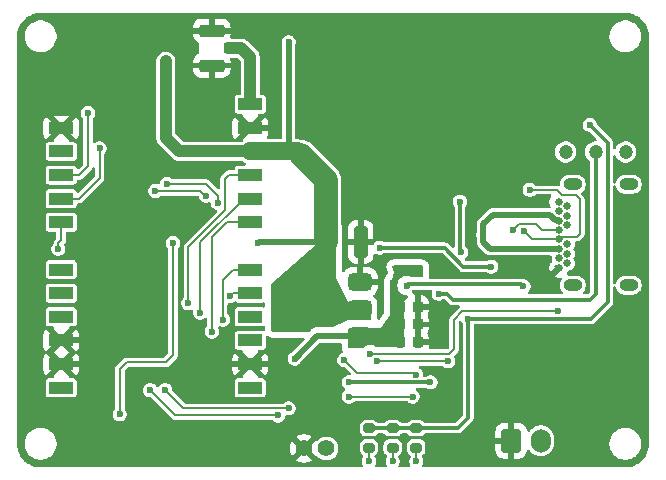
<source format=gbr>
%TF.GenerationSoftware,KiCad,Pcbnew,9.0.3*%
%TF.CreationDate,2025-07-30T22:19:27+08:00*%
%TF.ProjectId,airspeed_BIO,61697273-7065-4656-945f-42494f2e6b69,rev?*%
%TF.SameCoordinates,Original*%
%TF.FileFunction,Copper,L2,Bot*%
%TF.FilePolarity,Positive*%
%FSLAX46Y46*%
G04 Gerber Fmt 4.6, Leading zero omitted, Abs format (unit mm)*
G04 Created by KiCad (PCBNEW 9.0.3) date 2025-07-30 22:19:27*
%MOMM*%
%LPD*%
G01*
G04 APERTURE LIST*
G04 Aperture macros list*
%AMRoundRect*
0 Rectangle with rounded corners*
0 $1 Rounding radius*
0 $2 $3 $4 $5 $6 $7 $8 $9 X,Y pos of 4 corners*
0 Add a 4 corners polygon primitive as box body*
4,1,4,$2,$3,$4,$5,$6,$7,$8,$9,$2,$3,0*
0 Add four circle primitives for the rounded corners*
1,1,$1+$1,$2,$3*
1,1,$1+$1,$4,$5*
1,1,$1+$1,$6,$7*
1,1,$1+$1,$8,$9*
0 Add four rect primitives between the rounded corners*
20,1,$1+$1,$2,$3,$4,$5,0*
20,1,$1+$1,$4,$5,$6,$7,0*
20,1,$1+$1,$6,$7,$8,$9,0*
20,1,$1+$1,$8,$9,$2,$3,0*%
G04 Aperture macros list end*
%TA.AperFunction,ComponentPad*%
%ADD10C,0.650000*%
%TD*%
%TA.AperFunction,ComponentPad*%
%ADD11O,1.600000X1.000000*%
%TD*%
%TA.AperFunction,ComponentPad*%
%ADD12RoundRect,0.250000X-0.600000X-0.750000X0.600000X-0.750000X0.600000X0.750000X-0.600000X0.750000X0*%
%TD*%
%TA.AperFunction,ComponentPad*%
%ADD13O,1.700000X2.000000*%
%TD*%
%TA.AperFunction,ComponentPad*%
%ADD14C,1.400000*%
%TD*%
%TA.AperFunction,ComponentPad*%
%ADD15C,1.200000*%
%TD*%
%TA.AperFunction,SMDPad,CuDef*%
%ADD16RoundRect,0.200000X0.275000X-0.200000X0.275000X0.200000X-0.275000X0.200000X-0.275000X-0.200000X0*%
%TD*%
%TA.AperFunction,SMDPad,CuDef*%
%ADD17RoundRect,0.225000X-0.225000X-0.250000X0.225000X-0.250000X0.225000X0.250000X-0.225000X0.250000X0*%
%TD*%
%TA.AperFunction,SMDPad,CuDef*%
%ADD18RoundRect,0.250000X-0.325000X-1.100000X0.325000X-1.100000X0.325000X1.100000X-0.325000X1.100000X0*%
%TD*%
%TA.AperFunction,SMDPad,CuDef*%
%ADD19R,2.000000X1.000000*%
%TD*%
%TA.AperFunction,SMDPad,CuDef*%
%ADD20RoundRect,0.375000X0.625000X0.375000X-0.625000X0.375000X-0.625000X-0.375000X0.625000X-0.375000X0*%
%TD*%
%TA.AperFunction,SMDPad,CuDef*%
%ADD21RoundRect,0.500000X0.500000X1.400000X-0.500000X1.400000X-0.500000X-1.400000X0.500000X-1.400000X0*%
%TD*%
%TA.AperFunction,SMDPad,CuDef*%
%ADD22RoundRect,0.250000X0.275000X0.250000X-0.275000X0.250000X-0.275000X-0.250000X0.275000X-0.250000X0*%
%TD*%
%TA.AperFunction,SMDPad,CuDef*%
%ADD23RoundRect,0.250000X0.850000X0.275000X-0.850000X0.275000X-0.850000X-0.275000X0.850000X-0.275000X0*%
%TD*%
%TA.AperFunction,ViaPad*%
%ADD24C,0.600000*%
%TD*%
%TA.AperFunction,Conductor*%
%ADD25C,0.500000*%
%TD*%
%TA.AperFunction,Conductor*%
%ADD26C,0.200000*%
%TD*%
%TA.AperFunction,Conductor*%
%ADD27C,1.500000*%
%TD*%
%TA.AperFunction,Conductor*%
%ADD28C,2.000000*%
%TD*%
%TA.AperFunction,Conductor*%
%ADD29C,1.000000*%
%TD*%
%TA.AperFunction,Conductor*%
%ADD30C,0.127000*%
%TD*%
%TA.AperFunction,Conductor*%
%ADD31C,0.300000*%
%TD*%
G04 APERTURE END LIST*
D10*
%TO.P,J1,B1,GND*%
%TO.N,GND*%
X141900000Y-77000000D03*
%TO.P,J1,B2*%
%TO.N,N/C*%
X142600000Y-77400000D03*
%TO.P,J1,B3*%
X142600000Y-78200000D03*
%TO.P,J1,B4,VBUS*%
%TO.N,/connector/USB.VBUS*%
X141900000Y-78600000D03*
%TO.P,J1,B5,CC2*%
%TO.N,Net-(J1-CC2)*%
X142600000Y-79000000D03*
%TO.P,J1,B6,D+*%
%TO.N,/connector/USB.D+*%
X141900000Y-79400000D03*
%TO.P,J1,B7,D-*%
%TO.N,/connector/USB.D-*%
X141900000Y-80200000D03*
%TO.P,J1,B8,SBU2*%
%TO.N,unconnected-(J1-SBU2-PadB8)*%
X142600000Y-80600000D03*
%TO.P,J1,B9,VBUS*%
%TO.N,/connector/USB.VBUS*%
X141900000Y-81000000D03*
%TO.P,J1,B10*%
%TO.N,N/C*%
X142600000Y-81400000D03*
%TO.P,J1,B11*%
X142600000Y-82200000D03*
%TO.P,J1,B12,GND*%
%TO.N,GND*%
X141900000Y-82600000D03*
D11*
%TO.P,J1,S1,SHIELD*%
%TO.N,Net-(J1-SHIELD)*%
X143050000Y-84070000D03*
X147780000Y-84070000D03*
D10*
X141900000Y-81800000D03*
X141900000Y-77800000D03*
D11*
X143050000Y-75530000D03*
X147780000Y-75530000D03*
%TD*%
D12*
%TO.P,J3,1,Pin_1*%
%TO.N,GND*%
X137850000Y-97250000D03*
D13*
%TO.P,J3,2,Pin_2*%
%TO.N,/connector/BATT*%
X140350000Y-97250000D03*
%TD*%
D14*
%TO.P,TH1,1*%
%TO.N,GND*%
X120295000Y-97900000D03*
%TO.P,TH1,2*%
%TO.N,/power/NTC*%
X122195000Y-97900000D03*
%TD*%
D15*
%TO.P,SW1,1,A*%
%TO.N,Net-(SW1-A)*%
X142442500Y-72800000D03*
%TO.P,SW1,2,B*%
%TO.N,/connector/EN_power*%
X144982500Y-72800000D03*
%TO.P,SW1,3,C*%
%TO.N,Net-(SW1-C)*%
X147522500Y-72800000D03*
%TD*%
D16*
%TO.P,R19,1*%
%TO.N,Net-(D3-A)*%
X127800000Y-97825000D03*
%TO.P,R19,2*%
%TO.N,/power/VCCpm*%
X127800000Y-96175000D03*
%TD*%
%TO.P,R17,1*%
%TO.N,Net-(D1-A)*%
X125800000Y-97825000D03*
%TO.P,R17,2*%
%TO.N,/power/VCCpm*%
X125800000Y-96175000D03*
%TD*%
D17*
%TO.P,C9,1*%
%TO.N,+5V*%
X128400000Y-88900000D03*
%TO.P,C9,2*%
%TO.N,GND*%
X129950000Y-88900000D03*
%TD*%
D18*
%TO.P,C13,1*%
%TO.N,+3V3*%
X122150000Y-80400000D03*
%TO.P,C13,2*%
%TO.N,GND*%
X125100000Y-80400000D03*
%TD*%
D19*
%TO.P,U7,1,ANT*%
%TO.N,Net-(J4-In)*%
X115740000Y-68750000D03*
%TO.P,U7,2,GND*%
%TO.N,GND*%
X115740000Y-70750000D03*
%TO.P,U7,3,VCC*%
%TO.N,+3V3*%
X115740000Y-72750000D03*
%TO.P,U7,4,UTXD*%
%TO.N,/MCU/USART2.RX*%
X115740000Y-74750000D03*
%TO.P,U7,5,URXD*%
%TO.N,/MCU/USART2.TX*%
X115740000Y-76750000D03*
%TO.P,U7,6,~{RTS}*%
%TO.N,/MCU/USART2.CTS*%
X115740000Y-78750000D03*
%TO.P,U7,7,~{CTS}*%
%TO.N,/MCU/USART2.RTS*%
X115740000Y-82750000D03*
%TO.P,U7,8,~{DATA_IND}*%
%TO.N,/MCU/~{DATA_IND}*%
X115740000Y-84750000D03*
%TO.P,U7,9,RESERVED*%
%TO.N,unconnected-(U7-RESERVED-Pad9)*%
X115740000Y-86750000D03*
%TO.P,U7,10,RESERVED*%
%TO.N,unconnected-(U7-RESERVED-Pad10)*%
X115740000Y-88750000D03*
%TO.P,U7,11,~{DATA_REQ}*%
%TO.N,GND*%
X115740000Y-90750000D03*
%TO.P,U7,12,RESERVED*%
%TO.N,unconnected-(U7-RESERVED-Pad12)*%
X115740000Y-92750000D03*
%TO.P,U7,13,RESERVED*%
%TO.N,unconnected-(U7-RESERVED-Pad13)*%
X99740000Y-92750000D03*
%TO.P,U7,14,TRX_DISABLE*%
%TO.N,GND*%
X99740000Y-90750000D03*
%TO.P,U7,15,~{CONFIG}*%
X99740000Y-88750000D03*
%TO.P,U7,16,RESERVED*%
%TO.N,unconnected-(U7-RESERVED-Pad16)*%
X99740000Y-86750000D03*
%TO.P,U7,17,TEST*%
%TO.N,unconnected-(U7-TEST-Pad17)*%
X99740000Y-84750000D03*
%TO.P,U7,18,RESERVED*%
%TO.N,unconnected-(U7-RESERVED-Pad18)*%
X99740000Y-82750000D03*
%TO.P,U7,19,~{RESET}*%
%TO.N,/radio/RST*%
X99740000Y-78750000D03*
%TO.P,U7,20,TX_INDICATE*%
%TO.N,Net-(U7-TX_INDICATE)*%
X99740000Y-76750000D03*
%TO.P,U7,21,RX_INDICATE*%
%TO.N,Net-(U7-RX_INDICATE)*%
X99740000Y-74750000D03*
%TO.P,U7,22,RESERVED*%
%TO.N,unconnected-(U7-RESERVED-Pad22)*%
X99740000Y-72750000D03*
%TO.P,U7,23,GND*%
%TO.N,GND*%
X99740000Y-70750000D03*
%TD*%
D20*
%TO.P,U2,1,GND*%
%TO.N,GND*%
X125050000Y-83800000D03*
%TO.P,U2,2,Vout*%
%TO.N,+3V3*%
X125050000Y-86100000D03*
D21*
X118750000Y-86100000D03*
D20*
%TO.P,U2,3,VIN*%
%TO.N,+5V*%
X125050000Y-88400000D03*
%TD*%
D17*
%TO.P,C8,1*%
%TO.N,+5V*%
X128400000Y-85890000D03*
%TO.P,C8,2*%
%TO.N,GND*%
X129950000Y-85890000D03*
%TD*%
D16*
%TO.P,R18,1*%
%TO.N,Net-(D2-A)*%
X129800000Y-97825000D03*
%TO.P,R18,2*%
%TO.N,/power/VCCpm*%
X129800000Y-96175000D03*
%TD*%
D22*
%TO.P,J4,1,In*%
%TO.N,Net-(J4-In)*%
X114000000Y-64000000D03*
D23*
%TO.P,J4,2,Ext*%
%TO.N,GND*%
X112475000Y-65475000D03*
X112475000Y-62525000D03*
%TD*%
D17*
%TO.P,C7,1*%
%TO.N,+5V*%
X128400000Y-87400000D03*
%TO.P,C7,2*%
%TO.N,GND*%
X129950000Y-87400000D03*
%TD*%
D24*
%TO.N,GND*%
X101000000Y-81000000D03*
X109200000Y-62500000D03*
X101600000Y-98400000D03*
X132900000Y-83200000D03*
X125600000Y-71900000D03*
X117700000Y-70800000D03*
X104287500Y-76012500D03*
X110200000Y-76800000D03*
X109800000Y-97000000D03*
X123900000Y-95100000D03*
X131600000Y-98000000D03*
X101600000Y-96700000D03*
X108500000Y-97000000D03*
X103200000Y-65000000D03*
X113900000Y-69000000D03*
X103200000Y-63500000D03*
X128400000Y-80100000D03*
X125200000Y-63300000D03*
X136100000Y-97200000D03*
X105200000Y-88700000D03*
X103500000Y-98400000D03*
X127100000Y-83000000D03*
X113600000Y-90500000D03*
X137400000Y-88600000D03*
X131700000Y-85700000D03*
X128700000Y-94700000D03*
X110900000Y-90400000D03*
X117300000Y-62300000D03*
X113900000Y-67500000D03*
X136000000Y-94000000D03*
X117500000Y-68100000D03*
X123900000Y-73600000D03*
X106900000Y-73300000D03*
X102500000Y-88800000D03*
X123900000Y-97900000D03*
X131600000Y-94300000D03*
X130500000Y-63300000D03*
X115300000Y-62300000D03*
X117900000Y-97900000D03*
X103500000Y-96700000D03*
%TO.N,/connector/USB.VBUS*%
X135482500Y-79800000D03*
%TO.N,+5V*%
X119500000Y-90300000D03*
X129950000Y-83000000D03*
%TO.N,/connector/BATT*%
X126500000Y-90500000D03*
X132500000Y-90500000D03*
%TO.N,+3V3*%
X108600000Y-69100000D03*
X121200000Y-84200000D03*
X104700000Y-95000000D03*
X120200000Y-73050000D03*
X109200000Y-80500000D03*
X108600000Y-70900000D03*
X116400000Y-80500000D03*
X119000000Y-63500000D03*
X108600000Y-65100000D03*
%TO.N,Net-(D1-A)*%
X125800000Y-99000000D03*
%TO.N,Net-(D2-A)*%
X129800000Y-99000000D03*
%TO.N,Net-(D3-A)*%
X127800000Y-99000000D03*
%TO.N,/connector/USB.D+*%
X137982500Y-79400000D03*
%TO.N,/connector/USB.D-*%
X139400000Y-76000000D03*
X138882500Y-79450000D03*
%TO.N,/MCU/SYS.SWCLK*%
X119000000Y-94500000D03*
X108540000Y-92960000D03*
%TO.N,/MCU/SYS.SWDIO*%
X107270000Y-92960000D03*
X118100000Y-95100000D03*
%TO.N,Net-(U1-SW)*%
X138874620Y-84174620D03*
X129000000Y-84100000D03*
%TO.N,Net-(U1-CSP)*%
X141800000Y-86275000D03*
X125900000Y-89900000D03*
%TO.N,Net-(U1-PWIN)*%
X136150000Y-82500000D03*
X126700000Y-80900000D03*
%TO.N,Net-(U1-REG)*%
X131000000Y-92300000D03*
X124100000Y-92300000D03*
%TO.N,Net-(U1-ILIM)*%
X133600000Y-81300000D03*
X133500000Y-77000000D03*
%TO.N,/power/VCCpm*%
X134200000Y-86925000D03*
X144500000Y-70500000D03*
%TO.N,Net-(U1-FB)*%
X123700000Y-90400000D03*
X129799000Y-91650000D03*
%TO.N,/power/NTC*%
X129500000Y-93500000D03*
X124100000Y-93500000D03*
%TO.N,Net-(U7-RX_INDICATE)*%
X102000000Y-69500000D03*
%TO.N,Net-(U7-TX_INDICATE)*%
X103000000Y-72500000D03*
%TO.N,/radio/RST*%
X99500000Y-81000000D03*
%TO.N,/connector/EN_power*%
X131700000Y-84800000D03*
%TO.N,/MCU/I2C1.SDA*%
X112000000Y-76500000D03*
X107700000Y-76100000D03*
%TO.N,/MCU/I2C1.SCL*%
X108700000Y-75500000D03*
X113000000Y-77100000D03*
%TO.N,/MCU/USART2.RX*%
X110500000Y-85600000D03*
%TO.N,/MCU/USART2.RTS*%
X113434313Y-87000000D03*
%TO.N,/MCU/USART2.CTS*%
X112500000Y-88000000D03*
%TO.N,/MCU/USART2.TX*%
X111500000Y-86400000D03*
%TO.N,/MCU/~{DATA_IND}*%
X114000000Y-85000000D03*
%TD*%
D25*
%TO.N,GND*%
X115740000Y-90750000D02*
X117850000Y-90750000D01*
X102500000Y-90200000D02*
X102500000Y-88800000D01*
X101950000Y-90750000D02*
X102500000Y-90200000D01*
X115740000Y-70750000D02*
X117650000Y-70750000D01*
X129950000Y-85890000D02*
X131510000Y-85890000D01*
X99740000Y-88750000D02*
X102450000Y-88750000D01*
X113850000Y-90750000D02*
X113600000Y-90500000D01*
X117850000Y-90750000D02*
X118000000Y-90900000D01*
X99740000Y-90750000D02*
X101950000Y-90750000D01*
X102450000Y-88750000D02*
X102500000Y-88800000D01*
X131510000Y-85890000D02*
X131700000Y-85700000D01*
X115740000Y-90750000D02*
X113850000Y-90750000D01*
X117650000Y-70750000D02*
X117700000Y-70800000D01*
%TO.N,/connector/USB.VBUS*%
X141124000Y-78121430D02*
X141124000Y-78100000D01*
X135482500Y-78900000D02*
X135482500Y-79800000D01*
X141578570Y-78576000D02*
X141124000Y-78121430D01*
X136082500Y-81000000D02*
X135482500Y-80400000D01*
X136282500Y-78100000D02*
X135482500Y-78900000D01*
X141900000Y-81000000D02*
X136082500Y-81000000D01*
X141900000Y-78600000D02*
X141876000Y-78576000D01*
X141876000Y-78576000D02*
X141578570Y-78576000D01*
X135482500Y-80400000D02*
X135482500Y-79800000D01*
X141124000Y-78100000D02*
X136282500Y-78100000D01*
%TO.N,+5V*%
X125050000Y-88400000D02*
X121400000Y-88400000D01*
X121400000Y-88400000D02*
X119500000Y-90300000D01*
D26*
%TO.N,/connector/BATT*%
X126500000Y-90500000D02*
X132500000Y-90500000D01*
D27*
%TO.N,+3V3*%
X119700000Y-72750000D02*
X120000000Y-73050000D01*
D28*
X122150000Y-80400000D02*
X122150000Y-75200000D01*
D27*
X115740000Y-72750000D02*
X119700000Y-72750000D01*
D25*
X119000000Y-72050000D02*
X120000000Y-73050000D01*
D29*
X108600000Y-71600000D02*
X109750000Y-72750000D01*
X109750000Y-72750000D02*
X115740000Y-72750000D01*
D26*
X105300000Y-90600000D02*
X104700000Y-91200000D01*
X109200000Y-90000000D02*
X108600000Y-90600000D01*
X108600000Y-90600000D02*
X105300000Y-90600000D01*
D25*
X119000000Y-63500000D02*
X119000000Y-72050000D01*
D26*
X109200000Y-80500000D02*
X109200000Y-90000000D01*
D25*
X115990000Y-73000000D02*
X115740000Y-72750000D01*
D29*
X108600000Y-65100000D02*
X108600000Y-69100000D01*
D28*
X122150000Y-75200000D02*
X120000000Y-73050000D01*
D29*
X108600000Y-70900000D02*
X108600000Y-71600000D01*
D26*
X104700000Y-91200000D02*
X104700000Y-95000000D01*
D25*
X116500000Y-80400000D02*
X122150000Y-80400000D01*
D29*
X108600000Y-69100000D02*
X108600000Y-70900000D01*
D25*
X116400000Y-80500000D02*
X116500000Y-80400000D01*
D30*
%TO.N,Net-(D1-A)*%
X125800000Y-99000000D02*
X125800000Y-97825000D01*
%TO.N,Net-(D2-A)*%
X129800000Y-99000000D02*
X129800000Y-97825000D01*
%TO.N,Net-(D3-A)*%
X127800000Y-99000000D02*
X127800000Y-97825000D01*
%TO.N,/connector/USB.D+*%
X139968000Y-78885500D02*
X138497000Y-78885500D01*
X141900000Y-79400000D02*
X140482500Y-79400000D01*
X138497000Y-78885500D02*
X137982500Y-79400000D01*
X140482500Y-79400000D02*
X139968000Y-78885500D01*
%TO.N,/connector/USB.D-*%
X139400000Y-76000000D02*
X141700000Y-76000000D01*
X141700000Y-76000000D02*
X142110500Y-76410500D01*
X142089500Y-80010500D02*
X141900000Y-80200000D01*
X143310500Y-76410500D02*
X143700000Y-76800000D01*
X143700000Y-76800000D02*
X143700000Y-79700000D01*
X138882500Y-79450000D02*
X139632500Y-80200000D01*
X142110500Y-76410500D02*
X143310500Y-76410500D01*
X143389500Y-80010500D02*
X142089500Y-80010500D01*
X143700000Y-79700000D02*
X143389500Y-80010500D01*
X139632500Y-80200000D02*
X141900000Y-80200000D01*
D26*
%TO.N,/MCU/SYS.SWCLK*%
X110080000Y-94500000D02*
X108540000Y-92960000D01*
X119000000Y-94500000D02*
X110080000Y-94500000D01*
%TO.N,/MCU/SYS.SWDIO*%
X118100000Y-95100000D02*
X109410000Y-95100000D01*
X109410000Y-95100000D02*
X107270000Y-92960000D01*
D29*
%TO.N,Net-(J4-In)*%
X115740000Y-68750000D02*
X115740000Y-64740000D01*
X115740000Y-64740000D02*
X115000000Y-64000000D01*
X115000000Y-64000000D02*
X114000000Y-64000000D01*
D31*
%TO.N,Net-(U1-SW)*%
X138874620Y-84174620D02*
X138700000Y-84000000D01*
X129100000Y-84000000D02*
X129000000Y-84100000D01*
X138700000Y-84000000D02*
X129100000Y-84000000D01*
D26*
%TO.N,Net-(U1-CSP)*%
X141775000Y-86300000D02*
X141800000Y-86275000D01*
X132601000Y-89899000D02*
X133000000Y-89500000D01*
X126251057Y-89899000D02*
X132601000Y-89899000D01*
X126250057Y-89900000D02*
X126251057Y-89899000D01*
X125900000Y-89900000D02*
X126250057Y-89900000D01*
X133000000Y-89500000D02*
X133000000Y-87000000D01*
X133700000Y-86300000D02*
X141775000Y-86300000D01*
X133000000Y-87000000D02*
X133700000Y-86300000D01*
D31*
%TO.N,Net-(U1-PWIN)*%
X133800000Y-82500000D02*
X136150000Y-82500000D01*
X126700000Y-80900000D02*
X132200000Y-80900000D01*
X132200000Y-80900000D02*
X133800000Y-82500000D01*
%TO.N,Net-(U1-REG)*%
X124100000Y-92300000D02*
X131000000Y-92300000D01*
%TO.N,Net-(U1-ILIM)*%
X133500000Y-81200000D02*
X133600000Y-81300000D01*
X133500000Y-77000000D02*
X133500000Y-81200000D01*
%TO.N,/power/VCCpm*%
X134200000Y-95300000D02*
X134200000Y-86925000D01*
X144575000Y-86925000D02*
X146000000Y-85500000D01*
X146000000Y-85500000D02*
X146000000Y-72000000D01*
X133325000Y-96175000D02*
X134200000Y-95300000D01*
X129800000Y-96175000D02*
X133325000Y-96175000D01*
X134200000Y-86925000D02*
X144575000Y-86925000D01*
X125800000Y-96175000D02*
X129800000Y-96175000D01*
X146000000Y-72000000D02*
X144500000Y-70500000D01*
D26*
%TO.N,Net-(U1-FB)*%
X129799000Y-91650000D02*
X129649000Y-91500000D01*
X129649000Y-91500000D02*
X124800000Y-91500000D01*
X124800000Y-91500000D02*
X123700000Y-90400000D01*
%TO.N,/power/NTC*%
X129500000Y-93500000D02*
X124100000Y-93500000D01*
%TO.N,Net-(U7-RX_INDICATE)*%
X101500000Y-74500000D02*
X102000000Y-74000000D01*
X99740000Y-74750000D02*
X101250000Y-74750000D01*
X101250000Y-74750000D02*
X101500000Y-74500000D01*
X102000000Y-74000000D02*
X102000000Y-69500000D01*
%TO.N,Net-(U7-TX_INDICATE)*%
X103000000Y-75000000D02*
X103000000Y-72500000D01*
X101500000Y-76500000D02*
X103000000Y-75000000D01*
X99740000Y-76750000D02*
X101250000Y-76750000D01*
X101250000Y-76750000D02*
X101500000Y-76500000D01*
%TO.N,/radio/RST*%
X99500000Y-81000000D02*
X99500000Y-80500000D01*
X99740000Y-80260000D02*
X99740000Y-78750000D01*
X99500000Y-80500000D02*
X99740000Y-80260000D01*
D31*
%TO.N,/connector/EN_power*%
X144482500Y-85300000D02*
X144982500Y-84800000D01*
X132400000Y-84800000D02*
X132900000Y-85300000D01*
X131700000Y-84800000D02*
X132400000Y-84800000D01*
X144982500Y-84800000D02*
X144982500Y-72800000D01*
X132900000Y-85300000D02*
X144482500Y-85300000D01*
D26*
%TO.N,/MCU/I2C1.SDA*%
X112000000Y-76500000D02*
X111900000Y-76500000D01*
X111500000Y-76100000D02*
X107700000Y-76100000D01*
X111900000Y-76500000D02*
X111500000Y-76100000D01*
%TO.N,/MCU/I2C1.SCL*%
X112000000Y-75500000D02*
X113000000Y-76500000D01*
X108700000Y-75500000D02*
X112000000Y-75500000D01*
X113000000Y-76500000D02*
X113000000Y-77100000D01*
%TO.N,/MCU/USART2.RX*%
X113601000Y-77748943D02*
X110500000Y-80849943D01*
X110500000Y-80849943D02*
X110500000Y-85600000D01*
X113952000Y-74750000D02*
X113601000Y-75101000D01*
X113601000Y-75101000D02*
X113601000Y-77748943D01*
X115740000Y-74750000D02*
X113952000Y-74750000D01*
%TO.N,/MCU/USART2.RTS*%
X114250000Y-82750000D02*
X115740000Y-82750000D01*
X113399000Y-83601000D02*
X113399000Y-86964687D01*
X113399000Y-86964687D02*
X113434313Y-87000000D01*
X113399000Y-83601000D02*
X114250000Y-82750000D01*
%TO.N,/MCU/USART2.CTS*%
X112500000Y-80000000D02*
X113750000Y-78750000D01*
X113750000Y-78750000D02*
X115740000Y-78750000D01*
X112500000Y-88000000D02*
X112500000Y-80000000D01*
%TO.N,/MCU/USART2.TX*%
X111500000Y-80432900D02*
X115182900Y-76750000D01*
X111500000Y-86400000D02*
X111500000Y-80432900D01*
X115182900Y-76750000D02*
X115740000Y-76750000D01*
%TO.N,/MCU/~{DATA_IND}*%
X114250000Y-84750000D02*
X114000000Y-85000000D01*
X115740000Y-84750000D02*
X114250000Y-84750000D01*
%TD*%
%TA.AperFunction,Conductor*%
%TO.N,GND*%
G36*
X131077404Y-84470185D02*
G01*
X131123159Y-84522989D01*
X131133103Y-84592147D01*
X131130140Y-84606591D01*
X131099500Y-84720943D01*
X131099500Y-84879057D01*
X131135920Y-85014976D01*
X131140423Y-85031783D01*
X131140426Y-85031790D01*
X131219475Y-85168709D01*
X131219479Y-85168714D01*
X131219480Y-85168716D01*
X131331284Y-85280520D01*
X131331286Y-85280521D01*
X131331290Y-85280524D01*
X131419597Y-85331507D01*
X131468216Y-85359577D01*
X131620943Y-85400500D01*
X131620945Y-85400500D01*
X131779055Y-85400500D01*
X131779057Y-85400500D01*
X131931784Y-85359577D01*
X132068716Y-85280520D01*
X132068721Y-85280514D01*
X132074443Y-85276125D01*
X132095765Y-85267881D01*
X132114996Y-85255523D01*
X132135272Y-85252607D01*
X132139612Y-85250930D01*
X132149931Y-85250500D01*
X132162035Y-85250500D01*
X132229074Y-85270185D01*
X132249715Y-85286818D01*
X132623386Y-85660490D01*
X132726113Y-85719799D01*
X132750321Y-85726284D01*
X132750324Y-85726286D01*
X132750325Y-85726286D01*
X132780447Y-85734357D01*
X132840691Y-85750500D01*
X133387988Y-85750500D01*
X133455027Y-85770185D01*
X133500782Y-85822989D01*
X133510726Y-85892147D01*
X133481701Y-85955703D01*
X133459878Y-85973721D01*
X133460533Y-85974574D01*
X133454087Y-85979519D01*
X132679522Y-86754084D01*
X132679520Y-86754087D01*
X132626793Y-86845410D01*
X132621766Y-86864173D01*
X132618731Y-86875500D01*
X132618731Y-86875501D01*
X132618730Y-86875500D01*
X132599500Y-86947271D01*
X132599500Y-89282745D01*
X132590855Y-89312185D01*
X132584332Y-89342172D01*
X132580577Y-89347187D01*
X132579815Y-89349784D01*
X132563181Y-89370426D01*
X132471426Y-89462181D01*
X132410103Y-89495666D01*
X132383745Y-89498500D01*
X130995007Y-89498500D01*
X130927968Y-89478815D01*
X130882213Y-89426011D01*
X130872269Y-89356853D01*
X130877301Y-89335497D01*
X130889855Y-89297608D01*
X130899999Y-89198322D01*
X130900000Y-89198309D01*
X130900000Y-89150000D01*
X130074000Y-89150000D01*
X130006961Y-89130315D01*
X129961206Y-89077511D01*
X129950000Y-89026000D01*
X129950000Y-88900000D01*
X129824000Y-88900000D01*
X129756961Y-88880315D01*
X129711206Y-88827511D01*
X129700000Y-88776000D01*
X129700000Y-88650000D01*
X130200000Y-88650000D01*
X130899999Y-88650000D01*
X130899999Y-88601692D01*
X130899998Y-88601677D01*
X130889855Y-88502392D01*
X130836547Y-88341518D01*
X130836544Y-88341511D01*
X130758570Y-88215098D01*
X130740129Y-88147705D01*
X130758570Y-88084902D01*
X130836544Y-87958488D01*
X130836547Y-87958481D01*
X130889855Y-87797606D01*
X130899999Y-87698322D01*
X130900000Y-87698309D01*
X130900000Y-87650000D01*
X130200000Y-87650000D01*
X130200000Y-88650000D01*
X129700000Y-88650000D01*
X129700000Y-87150000D01*
X130200000Y-87150000D01*
X130899999Y-87150000D01*
X130899999Y-87101692D01*
X130899998Y-87101677D01*
X130889855Y-87002392D01*
X130836547Y-86841518D01*
X130836544Y-86841511D01*
X130755486Y-86710098D01*
X130737045Y-86642705D01*
X130755486Y-86579902D01*
X130836544Y-86448488D01*
X130836547Y-86448481D01*
X130889855Y-86287606D01*
X130899999Y-86188322D01*
X130900000Y-86188309D01*
X130900000Y-86140000D01*
X130200000Y-86140000D01*
X130200000Y-87150000D01*
X129700000Y-87150000D01*
X129700000Y-85640000D01*
X130200000Y-85640000D01*
X130899999Y-85640000D01*
X130899999Y-85591692D01*
X130899998Y-85591677D01*
X130889855Y-85492392D01*
X130836547Y-85331518D01*
X130836542Y-85331507D01*
X130747575Y-85187271D01*
X130747572Y-85187267D01*
X130627732Y-85067427D01*
X130627728Y-85067424D01*
X130483492Y-84978457D01*
X130483481Y-84978452D01*
X130322606Y-84925144D01*
X130223322Y-84915000D01*
X130200000Y-84915000D01*
X130200000Y-85640000D01*
X129700000Y-85640000D01*
X129700000Y-84940458D01*
X129622725Y-84902028D01*
X129617602Y-84897283D01*
X129610904Y-84895317D01*
X129592300Y-84873849D01*
X129571464Y-84854550D01*
X129569720Y-84847791D01*
X129565148Y-84842515D01*
X129558964Y-84825934D01*
X129558621Y-84824767D01*
X129540484Y-84762996D01*
X129513458Y-84720943D01*
X129462429Y-84641540D01*
X129442744Y-84574500D01*
X129462429Y-84507461D01*
X129515232Y-84461706D01*
X129566744Y-84450500D01*
X131010365Y-84450500D01*
X131077404Y-84470185D01*
G37*
%TD.AperFunction*%
%TA.AperFunction,Conductor*%
G36*
X147504043Y-61000765D02*
G01*
X147752895Y-61017075D01*
X147768953Y-61019190D01*
X147976105Y-61060395D01*
X148009535Y-61067045D01*
X148025202Y-61071243D01*
X148194947Y-61128863D01*
X148257481Y-61150091D01*
X148272458Y-61156294D01*
X148481799Y-61259529D01*
X148492460Y-61264787D01*
X148506508Y-61272897D01*
X148710464Y-61409177D01*
X148723328Y-61419048D01*
X148907749Y-61580781D01*
X148919218Y-61592250D01*
X149056196Y-61748444D01*
X149080951Y-61776671D01*
X149090825Y-61789539D01*
X149227102Y-61993492D01*
X149235212Y-62007539D01*
X149343702Y-62227534D01*
X149349909Y-62242520D01*
X149428756Y-62474797D01*
X149432954Y-62490464D01*
X149480807Y-62731035D01*
X149482925Y-62747116D01*
X149499235Y-62995956D01*
X149499500Y-63004066D01*
X149499500Y-97495933D01*
X149499235Y-97504043D01*
X149482925Y-97752883D01*
X149480807Y-97768964D01*
X149432954Y-98009535D01*
X149428756Y-98025202D01*
X149349909Y-98257479D01*
X149343702Y-98272465D01*
X149235212Y-98492460D01*
X149227102Y-98506507D01*
X149090825Y-98710460D01*
X149080951Y-98723328D01*
X148919218Y-98907749D01*
X148907749Y-98919218D01*
X148723328Y-99080951D01*
X148710460Y-99090825D01*
X148506507Y-99227102D01*
X148492460Y-99235212D01*
X148272465Y-99343702D01*
X148257479Y-99349909D01*
X148025202Y-99428756D01*
X148009535Y-99432954D01*
X147768964Y-99480807D01*
X147752883Y-99482925D01*
X147504043Y-99499235D01*
X147495933Y-99499500D01*
X130419786Y-99499500D01*
X130352747Y-99479815D01*
X130306992Y-99427011D01*
X130297048Y-99357853D01*
X130312398Y-99313501D01*
X130359577Y-99231784D01*
X130400500Y-99079057D01*
X130400500Y-98920943D01*
X130359577Y-98768216D01*
X130281154Y-98632382D01*
X130264682Y-98564482D01*
X130287535Y-98498455D01*
X130314231Y-98471116D01*
X130317329Y-98468796D01*
X130317331Y-98468796D01*
X130432546Y-98382546D01*
X130518796Y-98267331D01*
X130569091Y-98132483D01*
X130575500Y-98072873D01*
X130575499Y-97577128D01*
X130569091Y-97517517D01*
X130518796Y-97382669D01*
X130518795Y-97382668D01*
X130518793Y-97382664D01*
X130432547Y-97267455D01*
X130432544Y-97267452D01*
X130317335Y-97181206D01*
X130317328Y-97181202D01*
X130182486Y-97130910D01*
X130182485Y-97130909D01*
X130182483Y-97130909D01*
X130122873Y-97124500D01*
X130122863Y-97124500D01*
X129477129Y-97124500D01*
X129477123Y-97124501D01*
X129417516Y-97130908D01*
X129282671Y-97181202D01*
X129282664Y-97181206D01*
X129167455Y-97267452D01*
X129167452Y-97267455D01*
X129081206Y-97382664D01*
X129081202Y-97382671D01*
X129038959Y-97495933D01*
X129030909Y-97517517D01*
X129024500Y-97577127D01*
X129024500Y-97577134D01*
X129024500Y-97577135D01*
X129024500Y-98072870D01*
X129024501Y-98072876D01*
X129030908Y-98132483D01*
X129081202Y-98267328D01*
X129081206Y-98267335D01*
X129167452Y-98382544D01*
X129167455Y-98382547D01*
X129285768Y-98471117D01*
X129327639Y-98527051D01*
X129332623Y-98596742D01*
X129318845Y-98632382D01*
X129240423Y-98768215D01*
X129240423Y-98768216D01*
X129199500Y-98920943D01*
X129199500Y-99079057D01*
X129239169Y-99227102D01*
X129240423Y-99231783D01*
X129240423Y-99231784D01*
X129287602Y-99313501D01*
X129304074Y-99381401D01*
X129281221Y-99447428D01*
X129226299Y-99490618D01*
X129180214Y-99499500D01*
X128419786Y-99499500D01*
X128352747Y-99479815D01*
X128306992Y-99427011D01*
X128297048Y-99357853D01*
X128312398Y-99313501D01*
X128359577Y-99231784D01*
X128400500Y-99079057D01*
X128400500Y-98920943D01*
X128359577Y-98768216D01*
X128281154Y-98632382D01*
X128264682Y-98564482D01*
X128287535Y-98498455D01*
X128314231Y-98471116D01*
X128317329Y-98468796D01*
X128317331Y-98468796D01*
X128432546Y-98382546D01*
X128518796Y-98267331D01*
X128569091Y-98132483D01*
X128575500Y-98072873D01*
X128575499Y-97577128D01*
X128569091Y-97517517D01*
X128559563Y-97491972D01*
X128518797Y-97382671D01*
X128518793Y-97382664D01*
X128432547Y-97267455D01*
X128432544Y-97267452D01*
X128317335Y-97181206D01*
X128317328Y-97181202D01*
X128182486Y-97130910D01*
X128182485Y-97130909D01*
X128182483Y-97130909D01*
X128122873Y-97124500D01*
X128122863Y-97124500D01*
X127477129Y-97124500D01*
X127477123Y-97124501D01*
X127417516Y-97130908D01*
X127282671Y-97181202D01*
X127282664Y-97181206D01*
X127167455Y-97267452D01*
X127167452Y-97267455D01*
X127081206Y-97382664D01*
X127081202Y-97382671D01*
X127038959Y-97495933D01*
X127030909Y-97517517D01*
X127024500Y-97577127D01*
X127024500Y-97577134D01*
X127024500Y-97577135D01*
X127024500Y-98072870D01*
X127024501Y-98072876D01*
X127030908Y-98132483D01*
X127081202Y-98267328D01*
X127081206Y-98267335D01*
X127167452Y-98382544D01*
X127167455Y-98382547D01*
X127285768Y-98471117D01*
X127327639Y-98527051D01*
X127332623Y-98596742D01*
X127318845Y-98632382D01*
X127240423Y-98768215D01*
X127240423Y-98768216D01*
X127199500Y-98920943D01*
X127199500Y-99079057D01*
X127239169Y-99227102D01*
X127240423Y-99231783D01*
X127240423Y-99231784D01*
X127287602Y-99313501D01*
X127304074Y-99381401D01*
X127281221Y-99447428D01*
X127226299Y-99490618D01*
X127180214Y-99499500D01*
X126419786Y-99499500D01*
X126352747Y-99479815D01*
X126306992Y-99427011D01*
X126297048Y-99357853D01*
X126312398Y-99313501D01*
X126359577Y-99231784D01*
X126400500Y-99079057D01*
X126400500Y-98920943D01*
X126359577Y-98768216D01*
X126281154Y-98632382D01*
X126264682Y-98564482D01*
X126287535Y-98498455D01*
X126314231Y-98471116D01*
X126317329Y-98468796D01*
X126317331Y-98468796D01*
X126432546Y-98382546D01*
X126518796Y-98267331D01*
X126569091Y-98132483D01*
X126575500Y-98072873D01*
X126575499Y-97577128D01*
X126569091Y-97517517D01*
X126559563Y-97491972D01*
X126518797Y-97382671D01*
X126518793Y-97382664D01*
X126432547Y-97267455D01*
X126432544Y-97267452D01*
X126317335Y-97181206D01*
X126317328Y-97181202D01*
X126182486Y-97130910D01*
X126182485Y-97130909D01*
X126182483Y-97130909D01*
X126122873Y-97124500D01*
X126122863Y-97124500D01*
X125477129Y-97124500D01*
X125477123Y-97124501D01*
X125417516Y-97130908D01*
X125282671Y-97181202D01*
X125282664Y-97181206D01*
X125167455Y-97267452D01*
X125167452Y-97267455D01*
X125081206Y-97382664D01*
X125081202Y-97382671D01*
X125038959Y-97495933D01*
X125030909Y-97517517D01*
X125024500Y-97577127D01*
X125024500Y-97577134D01*
X125024500Y-97577135D01*
X125024500Y-98072870D01*
X125024501Y-98072876D01*
X125030908Y-98132483D01*
X125081202Y-98267328D01*
X125081206Y-98267335D01*
X125167452Y-98382544D01*
X125167455Y-98382547D01*
X125285768Y-98471117D01*
X125327639Y-98527051D01*
X125332623Y-98596742D01*
X125318845Y-98632382D01*
X125240423Y-98768215D01*
X125240423Y-98768216D01*
X125199500Y-98920943D01*
X125199500Y-99079057D01*
X125239169Y-99227102D01*
X125240423Y-99231783D01*
X125240423Y-99231784D01*
X125287602Y-99313501D01*
X125304074Y-99381401D01*
X125281221Y-99447428D01*
X125226299Y-99490618D01*
X125180214Y-99499500D01*
X98004067Y-99499500D01*
X97995957Y-99499235D01*
X97747116Y-99482925D01*
X97731035Y-99480807D01*
X97490464Y-99432954D01*
X97474797Y-99428756D01*
X97242520Y-99349909D01*
X97227534Y-99343702D01*
X97007539Y-99235212D01*
X96993492Y-99227102D01*
X96789539Y-99090825D01*
X96776671Y-99080951D01*
X96774511Y-99079057D01*
X96698144Y-99012085D01*
X96592250Y-98919218D01*
X96580914Y-98907882D01*
X119640669Y-98907882D01*
X119640670Y-98907883D01*
X119666059Y-98926329D01*
X119834362Y-99012085D01*
X120013997Y-99070451D01*
X120200553Y-99100000D01*
X120389447Y-99100000D01*
X120576002Y-99070451D01*
X120755637Y-99012085D01*
X120923937Y-98926331D01*
X120949328Y-98907883D01*
X120949328Y-98907882D01*
X120295001Y-98253554D01*
X120295000Y-98253554D01*
X119640669Y-98907882D01*
X96580914Y-98907882D01*
X96580781Y-98907749D01*
X96443804Y-98751557D01*
X96419045Y-98723325D01*
X96409174Y-98710460D01*
X96391733Y-98684358D01*
X96272897Y-98506507D01*
X96264787Y-98492460D01*
X96209222Y-98379786D01*
X96156294Y-98272458D01*
X96150090Y-98257479D01*
X96071243Y-98025202D01*
X96067045Y-98009535D01*
X96059186Y-97970026D01*
X96019190Y-97768953D01*
X96017075Y-97752895D01*
X96000765Y-97504043D01*
X96000500Y-97495933D01*
X96000500Y-97393713D01*
X96649500Y-97393713D01*
X96649500Y-97606287D01*
X96649798Y-97608170D01*
X96681060Y-97805552D01*
X96682754Y-97816243D01*
X96743434Y-98002997D01*
X96748444Y-98018414D01*
X96844951Y-98207820D01*
X96969890Y-98379786D01*
X97120213Y-98530109D01*
X97292179Y-98655048D01*
X97292181Y-98655049D01*
X97292184Y-98655051D01*
X97481588Y-98751557D01*
X97683757Y-98817246D01*
X97893713Y-98850500D01*
X97893714Y-98850500D01*
X98106286Y-98850500D01*
X98106287Y-98850500D01*
X98316243Y-98817246D01*
X98518412Y-98751557D01*
X98518416Y-98751555D01*
X98521196Y-98750139D01*
X98521197Y-98750138D01*
X98542065Y-98739505D01*
X98707816Y-98655051D01*
X98788072Y-98596742D01*
X98879786Y-98530109D01*
X98879788Y-98530106D01*
X98879792Y-98530104D01*
X99030104Y-98379792D01*
X99030106Y-98379788D01*
X99030109Y-98379786D01*
X99155048Y-98207820D01*
X99155047Y-98207820D01*
X99155051Y-98207816D01*
X99251557Y-98018412D01*
X99317246Y-97816243D01*
X99318939Y-97805552D01*
X119095000Y-97805552D01*
X119095000Y-97994447D01*
X119124548Y-98181002D01*
X119182914Y-98360637D01*
X119268666Y-98528933D01*
X119287116Y-98554328D01*
X119941446Y-97900000D01*
X119941446Y-97899999D01*
X119895369Y-97853922D01*
X119945000Y-97853922D01*
X119945000Y-97946078D01*
X119968852Y-98035095D01*
X120014930Y-98114905D01*
X120080095Y-98180070D01*
X120159905Y-98226148D01*
X120248922Y-98250000D01*
X120341078Y-98250000D01*
X120430095Y-98226148D01*
X120509905Y-98180070D01*
X120575070Y-98114905D01*
X120621148Y-98035095D01*
X120645000Y-97946078D01*
X120645000Y-97899999D01*
X120648554Y-97899999D01*
X120648554Y-97900000D01*
X121302882Y-98554328D01*
X121359871Y-98549844D01*
X121359900Y-98550220D01*
X121397831Y-98546962D01*
X121459627Y-98579566D01*
X121460890Y-98580812D01*
X121557214Y-98677136D01*
X121557218Y-98677139D01*
X121721079Y-98786628D01*
X121721092Y-98786635D01*
X121794995Y-98817246D01*
X121903165Y-98862051D01*
X121903169Y-98862051D01*
X121903170Y-98862052D01*
X122096456Y-98900500D01*
X122096459Y-98900500D01*
X122293543Y-98900500D01*
X122423582Y-98874632D01*
X122486835Y-98862051D01*
X122668914Y-98786632D01*
X122832782Y-98677139D01*
X122972139Y-98537782D01*
X123081632Y-98373914D01*
X123087132Y-98360637D01*
X123126672Y-98265176D01*
X123157051Y-98191835D01*
X123180714Y-98072873D01*
X123195500Y-97998543D01*
X123195500Y-97801456D01*
X123157052Y-97608170D01*
X123157051Y-97608169D01*
X123157051Y-97608165D01*
X123135861Y-97557007D01*
X123081635Y-97426092D01*
X123081628Y-97426079D01*
X122972139Y-97262218D01*
X122972136Y-97262214D01*
X122832785Y-97122863D01*
X122832781Y-97122860D01*
X122668920Y-97013371D01*
X122668907Y-97013364D01*
X122486839Y-96937950D01*
X122486829Y-96937947D01*
X122293543Y-96899500D01*
X122293541Y-96899500D01*
X122096459Y-96899500D01*
X122096457Y-96899500D01*
X121903170Y-96937947D01*
X121903160Y-96937950D01*
X121721092Y-97013364D01*
X121721079Y-97013371D01*
X121557218Y-97122860D01*
X121460891Y-97219187D01*
X121399567Y-97252671D01*
X121359897Y-97249833D01*
X121359872Y-97250155D01*
X121302882Y-97245669D01*
X120648554Y-97899999D01*
X120645000Y-97899999D01*
X120645000Y-97853922D01*
X120621148Y-97764905D01*
X120575070Y-97685095D01*
X120509905Y-97619930D01*
X120430095Y-97573852D01*
X120341078Y-97550000D01*
X120248922Y-97550000D01*
X120159905Y-97573852D01*
X120080095Y-97619930D01*
X120014930Y-97685095D01*
X119968852Y-97764905D01*
X119945000Y-97853922D01*
X119895369Y-97853922D01*
X119287116Y-97245669D01*
X119287116Y-97245670D01*
X119268669Y-97271060D01*
X119182914Y-97439362D01*
X119124548Y-97618997D01*
X119095000Y-97805552D01*
X99318939Y-97805552D01*
X99350500Y-97606287D01*
X99350500Y-97393713D01*
X99317246Y-97183757D01*
X99251557Y-96981588D01*
X99205969Y-96892116D01*
X119640669Y-96892116D01*
X120295000Y-97546446D01*
X120295001Y-97546446D01*
X120949328Y-96892116D01*
X120923933Y-96873666D01*
X120755637Y-96787914D01*
X120576002Y-96729548D01*
X120389447Y-96700000D01*
X120200553Y-96700000D01*
X120013997Y-96729548D01*
X119834362Y-96787914D01*
X119666060Y-96873669D01*
X119640670Y-96892116D01*
X119640669Y-96892116D01*
X99205969Y-96892116D01*
X99155051Y-96792184D01*
X99155049Y-96792181D01*
X99155048Y-96792179D01*
X99030109Y-96620213D01*
X98879786Y-96469890D01*
X98707820Y-96344951D01*
X98518414Y-96248444D01*
X98518413Y-96248443D01*
X98518412Y-96248443D01*
X98316243Y-96182754D01*
X98316241Y-96182753D01*
X98316240Y-96182753D01*
X98154957Y-96157208D01*
X98106287Y-96149500D01*
X97893713Y-96149500D01*
X97845042Y-96157208D01*
X97683760Y-96182753D01*
X97481585Y-96248444D01*
X97292179Y-96344951D01*
X97120213Y-96469890D01*
X96969890Y-96620213D01*
X96844951Y-96792179D01*
X96748444Y-96981585D01*
X96682753Y-97183760D01*
X96669497Y-97267455D01*
X96649500Y-97393713D01*
X96000500Y-97393713D01*
X96000500Y-94920943D01*
X104099500Y-94920943D01*
X104099500Y-95079057D01*
X104124425Y-95172076D01*
X104140423Y-95231783D01*
X104140426Y-95231790D01*
X104219475Y-95368709D01*
X104219479Y-95368714D01*
X104219480Y-95368716D01*
X104331284Y-95480520D01*
X104331286Y-95480521D01*
X104331290Y-95480524D01*
X104468209Y-95559573D01*
X104468216Y-95559577D01*
X104620943Y-95600500D01*
X104620945Y-95600500D01*
X104779055Y-95600500D01*
X104779057Y-95600500D01*
X104931784Y-95559577D01*
X105068716Y-95480520D01*
X105180520Y-95368716D01*
X105259577Y-95231784D01*
X105300500Y-95079057D01*
X105300500Y-94920943D01*
X105259577Y-94768216D01*
X105219904Y-94699500D01*
X105180524Y-94631290D01*
X105180518Y-94631282D01*
X105136819Y-94587583D01*
X105103334Y-94526260D01*
X105100500Y-94499902D01*
X105100500Y-92880943D01*
X106669500Y-92880943D01*
X106669500Y-93039057D01*
X106685608Y-93099171D01*
X106710423Y-93191783D01*
X106710426Y-93191790D01*
X106789475Y-93328709D01*
X106789479Y-93328714D01*
X106789480Y-93328716D01*
X106901284Y-93440520D01*
X106901286Y-93440521D01*
X106901290Y-93440524D01*
X107008128Y-93502206D01*
X107038216Y-93519577D01*
X107190943Y-93560500D01*
X107252745Y-93560500D01*
X107319784Y-93580185D01*
X107340426Y-93596819D01*
X109164087Y-95420480D01*
X109255412Y-95473207D01*
X109357273Y-95500500D01*
X109462727Y-95500500D01*
X117599902Y-95500500D01*
X117666941Y-95520185D01*
X117687583Y-95536819D01*
X117731284Y-95580520D01*
X117731286Y-95580521D01*
X117731290Y-95580524D01*
X117795261Y-95617457D01*
X117868216Y-95659577D01*
X118020943Y-95700500D01*
X118020945Y-95700500D01*
X118179055Y-95700500D01*
X118179057Y-95700500D01*
X118331784Y-95659577D01*
X118468716Y-95580520D01*
X118580520Y-95468716D01*
X118659577Y-95331784D01*
X118700500Y-95179057D01*
X118700500Y-95179055D01*
X118702603Y-95171207D01*
X118705849Y-95172076D01*
X118727775Y-95122453D01*
X118786082Y-95083956D01*
X118854575Y-95082717D01*
X118920943Y-95100500D01*
X118920945Y-95100500D01*
X119079055Y-95100500D01*
X119079057Y-95100500D01*
X119231784Y-95059577D01*
X119368716Y-94980520D01*
X119480520Y-94868716D01*
X119559577Y-94731784D01*
X119600500Y-94579057D01*
X119600500Y-94420943D01*
X119559577Y-94268216D01*
X119559573Y-94268209D01*
X119480524Y-94131290D01*
X119480518Y-94131282D01*
X119368717Y-94019481D01*
X119368709Y-94019475D01*
X119231790Y-93940426D01*
X119231786Y-93940424D01*
X119231784Y-93940423D01*
X119079057Y-93899500D01*
X118920943Y-93899500D01*
X118768216Y-93940423D01*
X118768209Y-93940426D01*
X118631290Y-94019475D01*
X118631282Y-94019481D01*
X118587583Y-94063181D01*
X118526260Y-94096666D01*
X118499902Y-94099500D01*
X110297255Y-94099500D01*
X110230216Y-94079815D01*
X110209574Y-94063181D01*
X109176819Y-93030426D01*
X109143334Y-92969103D01*
X109140500Y-92942745D01*
X109140500Y-92880945D01*
X109140500Y-92880943D01*
X109099577Y-92728216D01*
X109088091Y-92708322D01*
X109020524Y-92591290D01*
X109020518Y-92591282D01*
X108908717Y-92479481D01*
X108908709Y-92479475D01*
X108771790Y-92400426D01*
X108771786Y-92400424D01*
X108771784Y-92400423D01*
X108619057Y-92359500D01*
X108460943Y-92359500D01*
X108308216Y-92400423D01*
X108308209Y-92400426D01*
X108171290Y-92479475D01*
X108171282Y-92479481D01*
X108059481Y-92591282D01*
X108059477Y-92591287D01*
X108012387Y-92672851D01*
X107961820Y-92721067D01*
X107893213Y-92734290D01*
X107828348Y-92708322D01*
X107797613Y-92672851D01*
X107750522Y-92591287D01*
X107750518Y-92591282D01*
X107638717Y-92479481D01*
X107638709Y-92479475D01*
X107501790Y-92400426D01*
X107501786Y-92400424D01*
X107501784Y-92400423D01*
X107349057Y-92359500D01*
X107190943Y-92359500D01*
X107038216Y-92400423D01*
X107038209Y-92400426D01*
X106901290Y-92479475D01*
X106901282Y-92479481D01*
X106789481Y-92591282D01*
X106789475Y-92591290D01*
X106710426Y-92728209D01*
X106710423Y-92728216D01*
X106669500Y-92880943D01*
X105100500Y-92880943D01*
X105100500Y-92205131D01*
X114439500Y-92205131D01*
X114439500Y-93294856D01*
X114439502Y-93294882D01*
X114442413Y-93319987D01*
X114442415Y-93319991D01*
X114487793Y-93422764D01*
X114487794Y-93422765D01*
X114567235Y-93502206D01*
X114670009Y-93547585D01*
X114695135Y-93550500D01*
X116784864Y-93550499D01*
X116784879Y-93550497D01*
X116784882Y-93550497D01*
X116809987Y-93547586D01*
X116809988Y-93547585D01*
X116809991Y-93547585D01*
X116912765Y-93502206D01*
X116992206Y-93422765D01*
X117037585Y-93319991D01*
X117040500Y-93294865D01*
X117040499Y-92205136D01*
X117040497Y-92205117D01*
X117037586Y-92180012D01*
X117037585Y-92180010D01*
X117037585Y-92180009D01*
X116992206Y-92077235D01*
X116912765Y-91997794D01*
X116912763Y-91997793D01*
X116809992Y-91952415D01*
X116784868Y-91949500D01*
X116489391Y-91949500D01*
X116422352Y-91929815D01*
X116376597Y-91877011D01*
X116366653Y-91807853D01*
X116374830Y-91778047D01*
X116386447Y-91749999D01*
X115740000Y-91103552D01*
X115093552Y-91749999D01*
X115105170Y-91778047D01*
X115112639Y-91847516D01*
X115081364Y-91909996D01*
X115021275Y-91945648D01*
X114990609Y-91949500D01*
X114695143Y-91949500D01*
X114695117Y-91949502D01*
X114670012Y-91952413D01*
X114670008Y-91952415D01*
X114567235Y-91997793D01*
X114487794Y-92077234D01*
X114442415Y-92180006D01*
X114442415Y-92180008D01*
X114439500Y-92205131D01*
X105100500Y-92205131D01*
X105100500Y-91417255D01*
X105120185Y-91350216D01*
X105136819Y-91329574D01*
X105429574Y-91036819D01*
X105490897Y-91003334D01*
X105517255Y-91000500D01*
X108652725Y-91000500D01*
X108652727Y-91000500D01*
X108754588Y-90973207D01*
X108845913Y-90920480D01*
X109520480Y-90245913D01*
X109545744Y-90202155D01*
X114240000Y-90202155D01*
X114240000Y-91297844D01*
X114246401Y-91357372D01*
X114246403Y-91357379D01*
X114296645Y-91492086D01*
X114296649Y-91492093D01*
X114382809Y-91607186D01*
X114466563Y-91669884D01*
X115386448Y-90750000D01*
X115386447Y-90749999D01*
X116093552Y-90749999D01*
X116093552Y-90750001D01*
X117013436Y-91669885D01*
X117097189Y-91607187D01*
X117097190Y-91607186D01*
X117183352Y-91492088D01*
X117183354Y-91492086D01*
X117233596Y-91357379D01*
X117233598Y-91357372D01*
X117239999Y-91297844D01*
X117240000Y-91297827D01*
X117240000Y-90202172D01*
X117239999Y-90202155D01*
X117233598Y-90142627D01*
X117233596Y-90142620D01*
X117183354Y-90007913D01*
X117183350Y-90007906D01*
X117097191Y-89892814D01*
X117097186Y-89892809D01*
X117013436Y-89830114D01*
X116093552Y-90749999D01*
X115386447Y-90749999D01*
X114466561Y-89830113D01*
X114382817Y-89892805D01*
X114382808Y-89892814D01*
X114296649Y-90007906D01*
X114296645Y-90007913D01*
X114246403Y-90142620D01*
X114246401Y-90142627D01*
X114240000Y-90202155D01*
X109545744Y-90202155D01*
X109573207Y-90154588D01*
X109600500Y-90052727D01*
X109600500Y-89947273D01*
X109600500Y-81000098D01*
X109620185Y-80933059D01*
X109636819Y-80912417D01*
X109652953Y-80896283D01*
X109680520Y-80868716D01*
X109759577Y-80731784D01*
X109800500Y-80579057D01*
X109800500Y-80420943D01*
X109759577Y-80268216D01*
X109759573Y-80268209D01*
X109680524Y-80131290D01*
X109680518Y-80131282D01*
X109568717Y-80019481D01*
X109568709Y-80019475D01*
X109431790Y-79940426D01*
X109431786Y-79940424D01*
X109431784Y-79940423D01*
X109279057Y-79899500D01*
X109120943Y-79899500D01*
X108968216Y-79940423D01*
X108968209Y-79940426D01*
X108831290Y-80019475D01*
X108831282Y-80019481D01*
X108719481Y-80131282D01*
X108719475Y-80131290D01*
X108640426Y-80268209D01*
X108640423Y-80268216D01*
X108599500Y-80420943D01*
X108599500Y-80579057D01*
X108630662Y-80695353D01*
X108640423Y-80731783D01*
X108640426Y-80731790D01*
X108719475Y-80868709D01*
X108719481Y-80868717D01*
X108763181Y-80912417D01*
X108796666Y-80973740D01*
X108799500Y-81000098D01*
X108799500Y-89782745D01*
X108779815Y-89849784D01*
X108763181Y-89870426D01*
X108470426Y-90163181D01*
X108409103Y-90196666D01*
X108382745Y-90199500D01*
X105247273Y-90199500D01*
X105145410Y-90226793D01*
X105054087Y-90279520D01*
X105054084Y-90279522D01*
X104379522Y-90954084D01*
X104379520Y-90954087D01*
X104326793Y-91045410D01*
X104299500Y-91147273D01*
X104299500Y-94499902D01*
X104279815Y-94566941D01*
X104263181Y-94587583D01*
X104219481Y-94631282D01*
X104219475Y-94631290D01*
X104140426Y-94768209D01*
X104140423Y-94768216D01*
X104099500Y-94920943D01*
X96000500Y-94920943D01*
X96000500Y-92205131D01*
X98439500Y-92205131D01*
X98439500Y-93294856D01*
X98439502Y-93294882D01*
X98442413Y-93319987D01*
X98442415Y-93319991D01*
X98487793Y-93422764D01*
X98487794Y-93422765D01*
X98567235Y-93502206D01*
X98670009Y-93547585D01*
X98695135Y-93550500D01*
X100784864Y-93550499D01*
X100784879Y-93550497D01*
X100784882Y-93550497D01*
X100809987Y-93547586D01*
X100809988Y-93547585D01*
X100809991Y-93547585D01*
X100912765Y-93502206D01*
X100992206Y-93422765D01*
X101037585Y-93319991D01*
X101040500Y-93294865D01*
X101040499Y-92205136D01*
X101040497Y-92205117D01*
X101037586Y-92180012D01*
X101037585Y-92180010D01*
X101037585Y-92180009D01*
X100992206Y-92077235D01*
X100912765Y-91997794D01*
X100912763Y-91997793D01*
X100809992Y-91952415D01*
X100784868Y-91949500D01*
X100489391Y-91949500D01*
X100422352Y-91929815D01*
X100376597Y-91877011D01*
X100366653Y-91807853D01*
X100374830Y-91778047D01*
X100386447Y-91749999D01*
X99740000Y-91103552D01*
X99093552Y-91749999D01*
X99105170Y-91778047D01*
X99112639Y-91847516D01*
X99081364Y-91909996D01*
X99021275Y-91945648D01*
X98990609Y-91949500D01*
X98695143Y-91949500D01*
X98695117Y-91949502D01*
X98670012Y-91952413D01*
X98670008Y-91952415D01*
X98567235Y-91997793D01*
X98487794Y-92077234D01*
X98442415Y-92180006D01*
X98442415Y-92180008D01*
X98439500Y-92205131D01*
X96000500Y-92205131D01*
X96000500Y-90202155D01*
X98240000Y-90202155D01*
X98240000Y-91297844D01*
X98246401Y-91357372D01*
X98246403Y-91357379D01*
X98296645Y-91492086D01*
X98296649Y-91492093D01*
X98382809Y-91607186D01*
X98466563Y-91669884D01*
X99386448Y-90750000D01*
X99386448Y-90749999D01*
X100093552Y-90749999D01*
X100093552Y-90750001D01*
X101013436Y-91669885D01*
X101097189Y-91607187D01*
X101097190Y-91607186D01*
X101183352Y-91492088D01*
X101183354Y-91492086D01*
X101233596Y-91357379D01*
X101233598Y-91357372D01*
X101239999Y-91297844D01*
X101240000Y-91297827D01*
X101240000Y-90202172D01*
X101239999Y-90202155D01*
X101233598Y-90142627D01*
X101233596Y-90142620D01*
X101183354Y-90007913D01*
X101183350Y-90007906D01*
X101097191Y-89892814D01*
X101097186Y-89892809D01*
X101039020Y-89849266D01*
X101017176Y-89820085D01*
X101005869Y-89837680D01*
X100093552Y-90749999D01*
X99386448Y-90749999D01*
X98510448Y-89873999D01*
X98407939Y-89873999D01*
X98382814Y-89892807D01*
X98382808Y-89892814D01*
X98296649Y-90007906D01*
X98296645Y-90007913D01*
X98246403Y-90142620D01*
X98246401Y-90142627D01*
X98240000Y-90202155D01*
X96000500Y-90202155D01*
X96000500Y-89750000D01*
X99093552Y-89750000D01*
X99740000Y-90396448D01*
X100386448Y-89750000D01*
X99740000Y-89103552D01*
X99093552Y-89750000D01*
X96000500Y-89750000D01*
X96000500Y-88202155D01*
X98240000Y-88202155D01*
X98240000Y-89297844D01*
X98246401Y-89357372D01*
X98246403Y-89357379D01*
X98296645Y-89492086D01*
X98296649Y-89492093D01*
X98382808Y-89607186D01*
X98407939Y-89625999D01*
X98510448Y-89625999D01*
X98525490Y-89610957D01*
X99386448Y-88750000D01*
X99386448Y-88749999D01*
X100093552Y-88749999D01*
X100093552Y-88750001D01*
X101005869Y-89662318D01*
X101015759Y-89680431D01*
X101025650Y-89662318D01*
X101039022Y-89650731D01*
X101097188Y-89607189D01*
X101097190Y-89607186D01*
X101183352Y-89492088D01*
X101183354Y-89492086D01*
X101233596Y-89357379D01*
X101233598Y-89357372D01*
X101239999Y-89297844D01*
X101240000Y-89297827D01*
X101240000Y-88202172D01*
X101239999Y-88202155D01*
X101233598Y-88142627D01*
X101233596Y-88142620D01*
X101183354Y-88007913D01*
X101183350Y-88007906D01*
X101097191Y-87892814D01*
X101097186Y-87892809D01*
X101013436Y-87830114D01*
X100093552Y-88749999D01*
X99386448Y-88749999D01*
X98466562Y-87830114D01*
X98466561Y-87830113D01*
X98382817Y-87892805D01*
X98382808Y-87892814D01*
X98296649Y-88007906D01*
X98296645Y-88007913D01*
X98246403Y-88142620D01*
X98246401Y-88142627D01*
X98240000Y-88202155D01*
X96000500Y-88202155D01*
X96000500Y-86205131D01*
X98439500Y-86205131D01*
X98439500Y-87294856D01*
X98439502Y-87294882D01*
X98442413Y-87319987D01*
X98442415Y-87319991D01*
X98487793Y-87422764D01*
X98487794Y-87422765D01*
X98567235Y-87502206D01*
X98670009Y-87547585D01*
X98695135Y-87550500D01*
X98990610Y-87550499D01*
X99057647Y-87570183D01*
X99103402Y-87622987D01*
X99113346Y-87692146D01*
X99105169Y-87721951D01*
X99093551Y-87749999D01*
X99740000Y-88396448D01*
X100386447Y-87750001D01*
X100374829Y-87721953D01*
X100367360Y-87652483D01*
X100398634Y-87590004D01*
X100458723Y-87554351D01*
X100489388Y-87550499D01*
X100784864Y-87550499D01*
X100784879Y-87550497D01*
X100784882Y-87550497D01*
X100809987Y-87547586D01*
X100809988Y-87547585D01*
X100809991Y-87547585D01*
X100912765Y-87502206D01*
X100992206Y-87422765D01*
X101037585Y-87319991D01*
X101040500Y-87294865D01*
X101040499Y-86205136D01*
X101040497Y-86205117D01*
X101037586Y-86180012D01*
X101037585Y-86180010D01*
X101037585Y-86180009D01*
X100992206Y-86077235D01*
X100912765Y-85997794D01*
X100912763Y-85997793D01*
X100809992Y-85952415D01*
X100784865Y-85949500D01*
X98695143Y-85949500D01*
X98695117Y-85949502D01*
X98670012Y-85952413D01*
X98670008Y-85952415D01*
X98567235Y-85997793D01*
X98487794Y-86077234D01*
X98442415Y-86180006D01*
X98442415Y-86180008D01*
X98439500Y-86205131D01*
X96000500Y-86205131D01*
X96000500Y-84205131D01*
X98439500Y-84205131D01*
X98439500Y-85294856D01*
X98439502Y-85294882D01*
X98442413Y-85319987D01*
X98442415Y-85319991D01*
X98487793Y-85422764D01*
X98487794Y-85422765D01*
X98567235Y-85502206D01*
X98670009Y-85547585D01*
X98695135Y-85550500D01*
X100784864Y-85550499D01*
X100784879Y-85550497D01*
X100784882Y-85550497D01*
X100809987Y-85547586D01*
X100809988Y-85547585D01*
X100809991Y-85547585D01*
X100912765Y-85502206D01*
X100992206Y-85422765D01*
X101037585Y-85319991D01*
X101040500Y-85294865D01*
X101040499Y-84205136D01*
X101038690Y-84189535D01*
X101037586Y-84180012D01*
X101037585Y-84180010D01*
X101037585Y-84180009D01*
X100992206Y-84077235D01*
X100912765Y-83997794D01*
X100873240Y-83980342D01*
X100809992Y-83952415D01*
X100784865Y-83949500D01*
X98695143Y-83949500D01*
X98695117Y-83949502D01*
X98670012Y-83952413D01*
X98670008Y-83952415D01*
X98567235Y-83997793D01*
X98487794Y-84077234D01*
X98442415Y-84180006D01*
X98442415Y-84180008D01*
X98439500Y-84205131D01*
X96000500Y-84205131D01*
X96000500Y-82205137D01*
X98439500Y-82205137D01*
X98439500Y-83294856D01*
X98439502Y-83294882D01*
X98442413Y-83319987D01*
X98442415Y-83319991D01*
X98487793Y-83422764D01*
X98487794Y-83422765D01*
X98567235Y-83502206D01*
X98670009Y-83547585D01*
X98695135Y-83550500D01*
X100784864Y-83550499D01*
X100784879Y-83550497D01*
X100784882Y-83550497D01*
X100809987Y-83547586D01*
X100809988Y-83547585D01*
X100809991Y-83547585D01*
X100912765Y-83502206D01*
X100992206Y-83422765D01*
X101037585Y-83319991D01*
X101040500Y-83294865D01*
X101040499Y-82205136D01*
X101040467Y-82204857D01*
X101037586Y-82180012D01*
X101037585Y-82180010D01*
X101037585Y-82180009D01*
X100992206Y-82077235D01*
X100912765Y-81997794D01*
X100878019Y-81982452D01*
X100809992Y-81952415D01*
X100784865Y-81949500D01*
X98695143Y-81949500D01*
X98695117Y-81949502D01*
X98670012Y-81952413D01*
X98670008Y-81952415D01*
X98567235Y-81997793D01*
X98487794Y-82077234D01*
X98442415Y-82180006D01*
X98442415Y-82180008D01*
X98439501Y-82205128D01*
X98439500Y-82205137D01*
X96000500Y-82205137D01*
X96000500Y-78205131D01*
X98439500Y-78205131D01*
X98439500Y-79294856D01*
X98439502Y-79294882D01*
X98442413Y-79319987D01*
X98442415Y-79319991D01*
X98487793Y-79422764D01*
X98487794Y-79422765D01*
X98567235Y-79502206D01*
X98670009Y-79547585D01*
X98695135Y-79550500D01*
X99215500Y-79550499D01*
X99282539Y-79570183D01*
X99328294Y-79622987D01*
X99339500Y-79674499D01*
X99339500Y-80042745D01*
X99319815Y-80109784D01*
X99303181Y-80130426D01*
X99179522Y-80254084D01*
X99179518Y-80254090D01*
X99126792Y-80345413D01*
X99126791Y-80345414D01*
X99114203Y-80392398D01*
X99114202Y-80392403D01*
X99112033Y-80400500D01*
X99099500Y-80447273D01*
X99099500Y-80507770D01*
X99098505Y-80515578D01*
X99087529Y-80540667D01*
X99079815Y-80566941D01*
X99071550Y-80577197D01*
X99070503Y-80579591D01*
X99068601Y-80580856D01*
X99063181Y-80587583D01*
X99019481Y-80631282D01*
X99019475Y-80631290D01*
X98940426Y-80768209D01*
X98940423Y-80768216D01*
X98899500Y-80920943D01*
X98899500Y-81079057D01*
X98936611Y-81217555D01*
X98940423Y-81231783D01*
X98940426Y-81231790D01*
X99019475Y-81368709D01*
X99019479Y-81368714D01*
X99019480Y-81368716D01*
X99131284Y-81480520D01*
X99131286Y-81480521D01*
X99131290Y-81480524D01*
X99220087Y-81531790D01*
X99268216Y-81559577D01*
X99420943Y-81600500D01*
X99420945Y-81600500D01*
X99579055Y-81600500D01*
X99579057Y-81600500D01*
X99731784Y-81559577D01*
X99868716Y-81480520D01*
X99980520Y-81368716D01*
X100059577Y-81231784D01*
X100100500Y-81079057D01*
X100100500Y-80920943D01*
X100059577Y-80768216D01*
X100011471Y-80684894D01*
X99994999Y-80616994D01*
X100017852Y-80550968D01*
X100031170Y-80535222D01*
X100060480Y-80505913D01*
X100113207Y-80414588D01*
X100140500Y-80312727D01*
X100140500Y-80207273D01*
X100140500Y-79674499D01*
X100160185Y-79607460D01*
X100212989Y-79561705D01*
X100264500Y-79550499D01*
X100784856Y-79550499D01*
X100784864Y-79550499D01*
X100784879Y-79550497D01*
X100784882Y-79550497D01*
X100809987Y-79547586D01*
X100809988Y-79547585D01*
X100809991Y-79547585D01*
X100912765Y-79502206D01*
X100992206Y-79422765D01*
X101037585Y-79319991D01*
X101040500Y-79294865D01*
X101040499Y-78205136D01*
X101040497Y-78205117D01*
X101037586Y-78180012D01*
X101037585Y-78180010D01*
X101037585Y-78180009D01*
X100992206Y-78077235D01*
X100912765Y-77997794D01*
X100912763Y-77997793D01*
X100809992Y-77952415D01*
X100784865Y-77949500D01*
X98695143Y-77949500D01*
X98695117Y-77949502D01*
X98670012Y-77952413D01*
X98670008Y-77952415D01*
X98567235Y-77997793D01*
X98487794Y-78077234D01*
X98442415Y-78180006D01*
X98442415Y-78180008D01*
X98439500Y-78205131D01*
X96000500Y-78205131D01*
X96000500Y-74205131D01*
X98439500Y-74205131D01*
X98439500Y-75294856D01*
X98439502Y-75294882D01*
X98442413Y-75319987D01*
X98442415Y-75319991D01*
X98487793Y-75422764D01*
X98487794Y-75422765D01*
X98567235Y-75502206D01*
X98670009Y-75547585D01*
X98695135Y-75550500D01*
X100784864Y-75550499D01*
X100784879Y-75550497D01*
X100784882Y-75550497D01*
X100809987Y-75547586D01*
X100809988Y-75547585D01*
X100809991Y-75547585D01*
X100912765Y-75502206D01*
X100992206Y-75422765D01*
X101037585Y-75319991D01*
X101040500Y-75294865D01*
X101040500Y-75274500D01*
X101060185Y-75207461D01*
X101112989Y-75161706D01*
X101164500Y-75150500D01*
X101302725Y-75150500D01*
X101302727Y-75150500D01*
X101404588Y-75123207D01*
X101495913Y-75070480D01*
X101820480Y-74745913D01*
X101820480Y-74745912D01*
X102245910Y-74320481D01*
X102245913Y-74320480D01*
X102320480Y-74245913D01*
X102358812Y-74179520D01*
X102372587Y-74155661D01*
X102378121Y-74148642D01*
X102399604Y-74133382D01*
X102418679Y-74115195D01*
X102427643Y-74113467D01*
X102435084Y-74108182D01*
X102461405Y-74106959D01*
X102487285Y-74101971D01*
X102495759Y-74105363D01*
X102504878Y-74104940D01*
X102527684Y-74118143D01*
X102552151Y-74127938D01*
X102557446Y-74135374D01*
X102565345Y-74139947D01*
X102577391Y-74163382D01*
X102592680Y-74184852D01*
X102594747Y-74197147D01*
X102597287Y-74202088D01*
X102596663Y-74208539D01*
X102599500Y-74225410D01*
X102599500Y-74782745D01*
X102579815Y-74849784D01*
X102563181Y-74870426D01*
X101254085Y-76179522D01*
X101231746Y-76201860D01*
X101170422Y-76235344D01*
X101100731Y-76230358D01*
X101044798Y-76188485D01*
X101030633Y-76164264D01*
X100993010Y-76079056D01*
X100992206Y-76077235D01*
X100912765Y-75997794D01*
X100912763Y-75997793D01*
X100809992Y-75952415D01*
X100784865Y-75949500D01*
X98695143Y-75949500D01*
X98695117Y-75949502D01*
X98670012Y-75952413D01*
X98670008Y-75952415D01*
X98567235Y-75997793D01*
X98487794Y-76077234D01*
X98442415Y-76180006D01*
X98442415Y-76180008D01*
X98439500Y-76205131D01*
X98439500Y-77294856D01*
X98439502Y-77294882D01*
X98442413Y-77319987D01*
X98442415Y-77319991D01*
X98487793Y-77422764D01*
X98487794Y-77422765D01*
X98567235Y-77502206D01*
X98670009Y-77547585D01*
X98695135Y-77550500D01*
X100784864Y-77550499D01*
X100784879Y-77550497D01*
X100784882Y-77550497D01*
X100809987Y-77547586D01*
X100809988Y-77547585D01*
X100809991Y-77547585D01*
X100912765Y-77502206D01*
X100992206Y-77422765D01*
X101037585Y-77319991D01*
X101040500Y-77294865D01*
X101040500Y-77274500D01*
X101060185Y-77207461D01*
X101112989Y-77161706D01*
X101164500Y-77150500D01*
X101302725Y-77150500D01*
X101302727Y-77150500D01*
X101404588Y-77123207D01*
X101495913Y-77070480D01*
X101820480Y-76745913D01*
X101820481Y-76745912D01*
X102545450Y-76020943D01*
X107099500Y-76020943D01*
X107099500Y-76179057D01*
X107131837Y-76299738D01*
X107140423Y-76331783D01*
X107140426Y-76331790D01*
X107219475Y-76468709D01*
X107219479Y-76468714D01*
X107219480Y-76468716D01*
X107331284Y-76580520D01*
X107331286Y-76580521D01*
X107331290Y-76580524D01*
X107448735Y-76648330D01*
X107468216Y-76659577D01*
X107620943Y-76700500D01*
X107620945Y-76700500D01*
X107779055Y-76700500D01*
X107779057Y-76700500D01*
X107931784Y-76659577D01*
X108068716Y-76580520D01*
X108112417Y-76536819D01*
X108173740Y-76503334D01*
X108200098Y-76500500D01*
X111282745Y-76500500D01*
X111312185Y-76509144D01*
X111342172Y-76515668D01*
X111347187Y-76519422D01*
X111349784Y-76520185D01*
X111370426Y-76536819D01*
X111371187Y-76537580D01*
X111403280Y-76593166D01*
X111405246Y-76600500D01*
X111440423Y-76731785D01*
X111440426Y-76731790D01*
X111519475Y-76868709D01*
X111519479Y-76868714D01*
X111519480Y-76868716D01*
X111631284Y-76980520D01*
X111631286Y-76980521D01*
X111631290Y-76980524D01*
X111764572Y-77057473D01*
X111768216Y-77059577D01*
X111920943Y-77100500D01*
X111920945Y-77100500D01*
X112079055Y-77100500D01*
X112079057Y-77100500D01*
X112231784Y-77059577D01*
X112231785Y-77059576D01*
X112239635Y-77057473D01*
X112240262Y-77059813D01*
X112297500Y-77053652D01*
X112359984Y-77084919D01*
X112395644Y-77145003D01*
X112399500Y-77175685D01*
X112399500Y-77179057D01*
X112430532Y-77294868D01*
X112440423Y-77331783D01*
X112440426Y-77331790D01*
X112519475Y-77468709D01*
X112519479Y-77468714D01*
X112519480Y-77468716D01*
X112631284Y-77580520D01*
X112631286Y-77580521D01*
X112631290Y-77580524D01*
X112768064Y-77659489D01*
X112768216Y-77659577D01*
X112841337Y-77679169D01*
X112900997Y-77715534D01*
X112931526Y-77778381D01*
X112923231Y-77847756D01*
X112896924Y-77886625D01*
X110179522Y-80604027D01*
X110179520Y-80604030D01*
X110146278Y-80661607D01*
X110126793Y-80695355D01*
X110117032Y-80731784D01*
X110117032Y-80731785D01*
X110117031Y-80731784D01*
X110099500Y-80797214D01*
X110099500Y-85099902D01*
X110079815Y-85166941D01*
X110063181Y-85187583D01*
X110019481Y-85231282D01*
X110019475Y-85231290D01*
X109940426Y-85368209D01*
X109940423Y-85368216D01*
X109899500Y-85520943D01*
X109899500Y-85679057D01*
X109938067Y-85822989D01*
X109940423Y-85831783D01*
X109940426Y-85831790D01*
X110019475Y-85968709D01*
X110019479Y-85968714D01*
X110019480Y-85968716D01*
X110131284Y-86080520D01*
X110131286Y-86080521D01*
X110131290Y-86080524D01*
X110234307Y-86140000D01*
X110268216Y-86159577D01*
X110420943Y-86200500D01*
X110420945Y-86200500D01*
X110579055Y-86200500D01*
X110579057Y-86200500D01*
X110731784Y-86159577D01*
X110731794Y-86159571D01*
X110736762Y-86157514D01*
X110806231Y-86150042D01*
X110868712Y-86181314D01*
X110904367Y-86241402D01*
X110903995Y-86304163D01*
X110899500Y-86320943D01*
X110899500Y-86479057D01*
X110926522Y-86579902D01*
X110940423Y-86631783D01*
X110940426Y-86631790D01*
X111019475Y-86768709D01*
X111019479Y-86768714D01*
X111019480Y-86768716D01*
X111131284Y-86880520D01*
X111131286Y-86880521D01*
X111131290Y-86880524D01*
X111256921Y-86953056D01*
X111268216Y-86959577D01*
X111420943Y-87000500D01*
X111420945Y-87000500D01*
X111579055Y-87000500D01*
X111579057Y-87000500D01*
X111731784Y-86959577D01*
X111868716Y-86880520D01*
X111887819Y-86861417D01*
X111949142Y-86827932D01*
X112018834Y-86832916D01*
X112074767Y-86874788D01*
X112099184Y-86940252D01*
X112099500Y-86949098D01*
X112099500Y-87499902D01*
X112079815Y-87566941D01*
X112063181Y-87587583D01*
X112019481Y-87631282D01*
X112019475Y-87631290D01*
X111940426Y-87768209D01*
X111940423Y-87768216D01*
X111899500Y-87920943D01*
X111899500Y-88079057D01*
X111933283Y-88205135D01*
X111940423Y-88231783D01*
X111940426Y-88231790D01*
X112019475Y-88368709D01*
X112019479Y-88368714D01*
X112019480Y-88368716D01*
X112131284Y-88480520D01*
X112131286Y-88480521D01*
X112131290Y-88480524D01*
X112268209Y-88559573D01*
X112268216Y-88559577D01*
X112420943Y-88600500D01*
X112420945Y-88600500D01*
X112579055Y-88600500D01*
X112579057Y-88600500D01*
X112731784Y-88559577D01*
X112868716Y-88480520D01*
X112980520Y-88368716D01*
X113059577Y-88231784D01*
X113100500Y-88079057D01*
X113100500Y-87920943D01*
X113059577Y-87768216D01*
X113038800Y-87732230D01*
X113022328Y-87664331D01*
X113045180Y-87598304D01*
X113100102Y-87555113D01*
X113169655Y-87548472D01*
X113194492Y-87557737D01*
X113195019Y-87556466D01*
X113202522Y-87559573D01*
X113202529Y-87559577D01*
X113355256Y-87600500D01*
X113355258Y-87600500D01*
X113513368Y-87600500D01*
X113513370Y-87600500D01*
X113666097Y-87559577D01*
X113803029Y-87480520D01*
X113914833Y-87368716D01*
X113993890Y-87231784D01*
X114034813Y-87079057D01*
X114034813Y-86920943D01*
X113993890Y-86768216D01*
X113921427Y-86642705D01*
X113914837Y-86631290D01*
X113914834Y-86631286D01*
X113914833Y-86631284D01*
X113835818Y-86552269D01*
X113802334Y-86490945D01*
X113799500Y-86464588D01*
X113799500Y-85724500D01*
X113819185Y-85657461D01*
X113871989Y-85611706D01*
X113923500Y-85600500D01*
X114079055Y-85600500D01*
X114079057Y-85600500D01*
X114231784Y-85559577D01*
X114368716Y-85480520D01*
X114369444Y-85479792D01*
X114370210Y-85479373D01*
X114375166Y-85475571D01*
X114375758Y-85476343D01*
X114430765Y-85446302D01*
X114500457Y-85451281D01*
X114544812Y-85479783D01*
X114567235Y-85502206D01*
X114670009Y-85547585D01*
X114695135Y-85550500D01*
X116784864Y-85550499D01*
X116784879Y-85550497D01*
X116784882Y-85550497D01*
X116809987Y-85547586D01*
X116809987Y-85547585D01*
X116809991Y-85547585D01*
X116820413Y-85542982D01*
X116854316Y-85538543D01*
X116888147Y-85533679D01*
X116888886Y-85534016D01*
X116889692Y-85533911D01*
X116920622Y-85548509D01*
X116951703Y-85562704D01*
X116952141Y-85563387D01*
X116952877Y-85563734D01*
X116971010Y-85592747D01*
X116989477Y-85621482D01*
X116989628Y-85622535D01*
X116989908Y-85622983D01*
X116994500Y-85656417D01*
X116994500Y-85843582D01*
X116974815Y-85910621D01*
X116922011Y-85956376D01*
X116852853Y-85966320D01*
X116820416Y-85957017D01*
X116809996Y-85952416D01*
X116809991Y-85952415D01*
X116784865Y-85949500D01*
X114695143Y-85949500D01*
X114695117Y-85949502D01*
X114670012Y-85952413D01*
X114670008Y-85952415D01*
X114567235Y-85997793D01*
X114487794Y-86077234D01*
X114442415Y-86180006D01*
X114442415Y-86180008D01*
X114439500Y-86205131D01*
X114439500Y-87294856D01*
X114439502Y-87294882D01*
X114442413Y-87319987D01*
X114442415Y-87319991D01*
X114487793Y-87422764D01*
X114487794Y-87422765D01*
X114567235Y-87502206D01*
X114670009Y-87547585D01*
X114695135Y-87550500D01*
X116784864Y-87550499D01*
X116784879Y-87550497D01*
X116784882Y-87550497D01*
X116809987Y-87547586D01*
X116809987Y-87547585D01*
X116809991Y-87547585D01*
X116820413Y-87542982D01*
X116854316Y-87538543D01*
X116888147Y-87533679D01*
X116888886Y-87534016D01*
X116889692Y-87533911D01*
X116920622Y-87548509D01*
X116951703Y-87562704D01*
X116952141Y-87563387D01*
X116952877Y-87563734D01*
X116971010Y-87592747D01*
X116989477Y-87621482D01*
X116989628Y-87622535D01*
X116989908Y-87622983D01*
X116994500Y-87656417D01*
X116994500Y-87843582D01*
X116974815Y-87910621D01*
X116922011Y-87956376D01*
X116852853Y-87966320D01*
X116820416Y-87957017D01*
X116809996Y-87952416D01*
X116809991Y-87952415D01*
X116784865Y-87949500D01*
X114695143Y-87949500D01*
X114695117Y-87949502D01*
X114670012Y-87952413D01*
X114670008Y-87952415D01*
X114567235Y-87997793D01*
X114487794Y-88077234D01*
X114442415Y-88180006D01*
X114442415Y-88180008D01*
X114439500Y-88205131D01*
X114439500Y-89294856D01*
X114439502Y-89294882D01*
X114442413Y-89319987D01*
X114442415Y-89319991D01*
X114487793Y-89422764D01*
X114487794Y-89422765D01*
X114567235Y-89502206D01*
X114670009Y-89547585D01*
X114695135Y-89550500D01*
X114990610Y-89550499D01*
X115057647Y-89570183D01*
X115103402Y-89622987D01*
X115113346Y-89692146D01*
X115105169Y-89721951D01*
X115093551Y-89749999D01*
X115740000Y-90396448D01*
X116386447Y-89750001D01*
X116374829Y-89721953D01*
X116367360Y-89652483D01*
X116398634Y-89590004D01*
X116458723Y-89554351D01*
X116489388Y-89550499D01*
X116784864Y-89550499D01*
X116784879Y-89550497D01*
X116784882Y-89550497D01*
X116809987Y-89547586D01*
X116809988Y-89547585D01*
X116809991Y-89547585D01*
X116912765Y-89502206D01*
X116992206Y-89422765D01*
X117037585Y-89319991D01*
X117040500Y-89294865D01*
X117040499Y-88466383D01*
X117060183Y-88399345D01*
X117112987Y-88353590D01*
X117182146Y-88343646D01*
X117245698Y-88372669D01*
X117245703Y-88372673D01*
X117283660Y-88405564D01*
X117283661Y-88405565D01*
X117283664Y-88405567D01*
X117414541Y-88465338D01*
X117481580Y-88485023D01*
X117481584Y-88485024D01*
X117624000Y-88505500D01*
X120216613Y-88505500D01*
X120283652Y-88525185D01*
X120329407Y-88577989D01*
X120339351Y-88647147D01*
X120310326Y-88710703D01*
X120304294Y-88717181D01*
X119307567Y-89713906D01*
X119274894Y-89735740D01*
X119275253Y-89736361D01*
X119268218Y-89740422D01*
X119268216Y-89740423D01*
X119182028Y-89790182D01*
X119131285Y-89819479D01*
X119131282Y-89819481D01*
X119019481Y-89931282D01*
X119019475Y-89931290D01*
X118940426Y-90068209D01*
X118940423Y-90068216D01*
X118899500Y-90220943D01*
X118899500Y-90379057D01*
X118932041Y-90500500D01*
X118940423Y-90531783D01*
X118940426Y-90531790D01*
X119019475Y-90668709D01*
X119019479Y-90668714D01*
X119019480Y-90668716D01*
X119131284Y-90780520D01*
X119131286Y-90780521D01*
X119131290Y-90780524D01*
X119268209Y-90859573D01*
X119268216Y-90859577D01*
X119420943Y-90900500D01*
X119420945Y-90900500D01*
X119579055Y-90900500D01*
X119579057Y-90900500D01*
X119731784Y-90859577D01*
X119868716Y-90780520D01*
X119980520Y-90668716D01*
X120059577Y-90531784D01*
X120059577Y-90531780D01*
X120063640Y-90524745D01*
X120064262Y-90525104D01*
X120086092Y-90492431D01*
X121591706Y-88986819D01*
X121653029Y-88953334D01*
X121679387Y-88950500D01*
X123370500Y-88950500D01*
X123437539Y-88970185D01*
X123483294Y-89022989D01*
X123494500Y-89074500D01*
X123494500Y-89276000D01*
X123494501Y-89276009D01*
X123506052Y-89383450D01*
X123506054Y-89383462D01*
X123517260Y-89434972D01*
X123551383Y-89537497D01*
X123551386Y-89537503D01*
X123613433Y-89634049D01*
X123633118Y-89701089D01*
X123613434Y-89768128D01*
X123560630Y-89813883D01*
X123541213Y-89820863D01*
X123522646Y-89825838D01*
X123468214Y-89840423D01*
X123468209Y-89840426D01*
X123331290Y-89919475D01*
X123331282Y-89919481D01*
X123219481Y-90031282D01*
X123219475Y-90031290D01*
X123140426Y-90168209D01*
X123140423Y-90168216D01*
X123099500Y-90320943D01*
X123099500Y-90479057D01*
X123126295Y-90579055D01*
X123140423Y-90631783D01*
X123140426Y-90631790D01*
X123219475Y-90768709D01*
X123219479Y-90768714D01*
X123219480Y-90768716D01*
X123331284Y-90880520D01*
X123331286Y-90880521D01*
X123331290Y-90880524D01*
X123447902Y-90947849D01*
X123468216Y-90959577D01*
X123620943Y-91000500D01*
X123682745Y-91000500D01*
X123749784Y-91020185D01*
X123770426Y-91036819D01*
X124221426Y-91487819D01*
X124254911Y-91549142D01*
X124249927Y-91618834D01*
X124208055Y-91674767D01*
X124142591Y-91699184D01*
X124133745Y-91699500D01*
X124020943Y-91699500D01*
X123868216Y-91740423D01*
X123868209Y-91740426D01*
X123731290Y-91819475D01*
X123731282Y-91819481D01*
X123619481Y-91931282D01*
X123619475Y-91931290D01*
X123540426Y-92068209D01*
X123540423Y-92068216D01*
X123499500Y-92220943D01*
X123499500Y-92379057D01*
X123526409Y-92479481D01*
X123540423Y-92531783D01*
X123540426Y-92531790D01*
X123619475Y-92668709D01*
X123619479Y-92668714D01*
X123619480Y-92668716D01*
X123731284Y-92780520D01*
X123731285Y-92780521D01*
X123731287Y-92780522D01*
X123752229Y-92792613D01*
X123800445Y-92843180D01*
X123813668Y-92911787D01*
X123787700Y-92976652D01*
X123752229Y-93007387D01*
X123731287Y-93019477D01*
X123731282Y-93019481D01*
X123619481Y-93131282D01*
X123619475Y-93131290D01*
X123540426Y-93268209D01*
X123540423Y-93268216D01*
X123499500Y-93420943D01*
X123499500Y-93579057D01*
X123504260Y-93596819D01*
X123540423Y-93731783D01*
X123540426Y-93731790D01*
X123619475Y-93868709D01*
X123619479Y-93868714D01*
X123619480Y-93868716D01*
X123731284Y-93980520D01*
X123731286Y-93980521D01*
X123731290Y-93980524D01*
X123798765Y-94019480D01*
X123868216Y-94059577D01*
X124020943Y-94100500D01*
X124020945Y-94100500D01*
X124179055Y-94100500D01*
X124179057Y-94100500D01*
X124331784Y-94059577D01*
X124468716Y-93980520D01*
X124512417Y-93936819D01*
X124573740Y-93903334D01*
X124600098Y-93900500D01*
X128999902Y-93900500D01*
X129066941Y-93920185D01*
X129087583Y-93936819D01*
X129131284Y-93980520D01*
X129131286Y-93980521D01*
X129131290Y-93980524D01*
X129198765Y-94019480D01*
X129268216Y-94059577D01*
X129420943Y-94100500D01*
X129420945Y-94100500D01*
X129579055Y-94100500D01*
X129579057Y-94100500D01*
X129731784Y-94059577D01*
X129868716Y-93980520D01*
X129980520Y-93868716D01*
X130059577Y-93731784D01*
X130100500Y-93579057D01*
X130100500Y-93420943D01*
X130059577Y-93268216D01*
X130015453Y-93191790D01*
X129980524Y-93131290D01*
X129980518Y-93131282D01*
X129868717Y-93019481D01*
X129868712Y-93019477D01*
X129803603Y-92981887D01*
X129755388Y-92931321D01*
X129742164Y-92862714D01*
X129768132Y-92797849D01*
X129825046Y-92757320D01*
X129865603Y-92750500D01*
X130550069Y-92750500D01*
X130617108Y-92770185D01*
X130625557Y-92776125D01*
X130631281Y-92780517D01*
X130631284Y-92780520D01*
X130631287Y-92780521D01*
X130631290Y-92780524D01*
X130690846Y-92814908D01*
X130768216Y-92859577D01*
X130920943Y-92900500D01*
X130920945Y-92900500D01*
X131079055Y-92900500D01*
X131079057Y-92900500D01*
X131231784Y-92859577D01*
X131368716Y-92780520D01*
X131480520Y-92668716D01*
X131559577Y-92531784D01*
X131600500Y-92379057D01*
X131600500Y-92220943D01*
X131559577Y-92068216D01*
X131559573Y-92068209D01*
X131480524Y-91931290D01*
X131480518Y-91931282D01*
X131368717Y-91819481D01*
X131368709Y-91819475D01*
X131231790Y-91740426D01*
X131231786Y-91740424D01*
X131231784Y-91740423D01*
X131079057Y-91699500D01*
X130920943Y-91699500D01*
X130768216Y-91740423D01*
X130768209Y-91740426D01*
X130631290Y-91819475D01*
X130625557Y-91823875D01*
X130604234Y-91832118D01*
X130585004Y-91844477D01*
X130564727Y-91847392D01*
X130560388Y-91849070D01*
X130550069Y-91849500D01*
X130523500Y-91849500D01*
X130456461Y-91829815D01*
X130410706Y-91777011D01*
X130399500Y-91725500D01*
X130399500Y-91570945D01*
X130399500Y-91570943D01*
X130358577Y-91418216D01*
X130289071Y-91297827D01*
X130279524Y-91281290D01*
X130279518Y-91281282D01*
X130167717Y-91169481D01*
X130167712Y-91169477D01*
X130102603Y-91131887D01*
X130054388Y-91081321D01*
X130041164Y-91012714D01*
X130067132Y-90947849D01*
X130124046Y-90907320D01*
X130164603Y-90900500D01*
X131999902Y-90900500D01*
X132066941Y-90920185D01*
X132087583Y-90936819D01*
X132131284Y-90980520D01*
X132131286Y-90980521D01*
X132131290Y-90980524D01*
X132243678Y-91045410D01*
X132268216Y-91059577D01*
X132420943Y-91100500D01*
X132420945Y-91100500D01*
X132579055Y-91100500D01*
X132579057Y-91100500D01*
X132731784Y-91059577D01*
X132868716Y-90980520D01*
X132980520Y-90868716D01*
X133059577Y-90731784D01*
X133100500Y-90579057D01*
X133100500Y-90420943D01*
X133059577Y-90268216D01*
X133011471Y-90184893D01*
X132994999Y-90116993D01*
X133017852Y-90050966D01*
X133031165Y-90035226D01*
X133320480Y-89745913D01*
X133373207Y-89654588D01*
X133400500Y-89552727D01*
X133400500Y-89447273D01*
X133400500Y-87217255D01*
X133409143Y-87187818D01*
X133415662Y-87157839D01*
X133419421Y-87152815D01*
X133420185Y-87150216D01*
X133436810Y-87129583D01*
X133441663Y-87124729D01*
X133502980Y-87091240D01*
X133572673Y-87096217D01*
X133628610Y-87138082D01*
X133636738Y-87150403D01*
X133719475Y-87293709D01*
X133723872Y-87299438D01*
X133749069Y-87364606D01*
X133749500Y-87374930D01*
X133749500Y-95062035D01*
X133729815Y-95129074D01*
X133713181Y-95149716D01*
X133174716Y-95688181D01*
X133113393Y-95721666D01*
X133087035Y-95724500D01*
X130574751Y-95724500D01*
X130507712Y-95704815D01*
X130475485Y-95674812D01*
X130432548Y-95617457D01*
X130432546Y-95617454D01*
X130432542Y-95617451D01*
X130317335Y-95531206D01*
X130317328Y-95531202D01*
X130182486Y-95480910D01*
X130182485Y-95480909D01*
X130182483Y-95480909D01*
X130122873Y-95474500D01*
X130122863Y-95474500D01*
X129477129Y-95474500D01*
X129477123Y-95474501D01*
X129417516Y-95480908D01*
X129282671Y-95531202D01*
X129282664Y-95531206D01*
X129167457Y-95617451D01*
X129167451Y-95617457D01*
X129124515Y-95674812D01*
X129068581Y-95716682D01*
X129025249Y-95724500D01*
X128574751Y-95724500D01*
X128507712Y-95704815D01*
X128475485Y-95674812D01*
X128432548Y-95617457D01*
X128432546Y-95617454D01*
X128432542Y-95617451D01*
X128317335Y-95531206D01*
X128317328Y-95531202D01*
X128182486Y-95480910D01*
X128182485Y-95480909D01*
X128182483Y-95480909D01*
X128122873Y-95474500D01*
X128122863Y-95474500D01*
X127477129Y-95474500D01*
X127477123Y-95474501D01*
X127417516Y-95480908D01*
X127282671Y-95531202D01*
X127282664Y-95531206D01*
X127167457Y-95617451D01*
X127167451Y-95617457D01*
X127124515Y-95674812D01*
X127068581Y-95716682D01*
X127025249Y-95724500D01*
X126574751Y-95724500D01*
X126507712Y-95704815D01*
X126475485Y-95674812D01*
X126432548Y-95617457D01*
X126432546Y-95617454D01*
X126432542Y-95617451D01*
X126317335Y-95531206D01*
X126317328Y-95531202D01*
X126182486Y-95480910D01*
X126182485Y-95480909D01*
X126182483Y-95480909D01*
X126122873Y-95474500D01*
X126122863Y-95474500D01*
X125477129Y-95474500D01*
X125477123Y-95474501D01*
X125417516Y-95480908D01*
X125282671Y-95531202D01*
X125282664Y-95531206D01*
X125167455Y-95617452D01*
X125167452Y-95617455D01*
X125081206Y-95732664D01*
X125081202Y-95732671D01*
X125030910Y-95867513D01*
X125030909Y-95867517D01*
X125024500Y-95927127D01*
X125024500Y-95927134D01*
X125024500Y-95927135D01*
X125024500Y-96422870D01*
X125024501Y-96422876D01*
X125030908Y-96482483D01*
X125081202Y-96617328D01*
X125081206Y-96617335D01*
X125167452Y-96732544D01*
X125167455Y-96732547D01*
X125282664Y-96818793D01*
X125282671Y-96818797D01*
X125314293Y-96830591D01*
X125417517Y-96869091D01*
X125477127Y-96875500D01*
X126122872Y-96875499D01*
X126182483Y-96869091D01*
X126317331Y-96818796D01*
X126432546Y-96732546D01*
X126459227Y-96696903D01*
X126475485Y-96675188D01*
X126531419Y-96633318D01*
X126574751Y-96625500D01*
X127025249Y-96625500D01*
X127092288Y-96645185D01*
X127124515Y-96675188D01*
X127143090Y-96700000D01*
X127167454Y-96732546D01*
X127167457Y-96732548D01*
X127282664Y-96818793D01*
X127282671Y-96818797D01*
X127314293Y-96830591D01*
X127417517Y-96869091D01*
X127477127Y-96875500D01*
X128122872Y-96875499D01*
X128182483Y-96869091D01*
X128317331Y-96818796D01*
X128432546Y-96732546D01*
X128459227Y-96696903D01*
X128475485Y-96675188D01*
X128531419Y-96633318D01*
X128574751Y-96625500D01*
X129025249Y-96625500D01*
X129092288Y-96645185D01*
X129124515Y-96675188D01*
X129143090Y-96700000D01*
X129167454Y-96732546D01*
X129167457Y-96732548D01*
X129282664Y-96818793D01*
X129282671Y-96818797D01*
X129314293Y-96830591D01*
X129417517Y-96869091D01*
X129477127Y-96875500D01*
X130122872Y-96875499D01*
X130182483Y-96869091D01*
X130317331Y-96818796D01*
X130432546Y-96732546D01*
X130459227Y-96696903D01*
X130475485Y-96675188D01*
X130531419Y-96633318D01*
X130574751Y-96625500D01*
X133384308Y-96625500D01*
X133384309Y-96625500D01*
X133474673Y-96601286D01*
X133498887Y-96594799D01*
X133601614Y-96535489D01*
X133687090Y-96450013D01*
X136500000Y-96450013D01*
X136500000Y-97000000D01*
X137416988Y-97000000D01*
X137384075Y-97057007D01*
X137350000Y-97184174D01*
X137350000Y-97315826D01*
X137384075Y-97442993D01*
X137416988Y-97500000D01*
X136500001Y-97500000D01*
X136500001Y-98049986D01*
X136510494Y-98152697D01*
X136565641Y-98319119D01*
X136565643Y-98319124D01*
X136657684Y-98468345D01*
X136781654Y-98592315D01*
X136930875Y-98684356D01*
X136930880Y-98684358D01*
X137097302Y-98739505D01*
X137097309Y-98739506D01*
X137200019Y-98749999D01*
X137599999Y-98749999D01*
X137600000Y-98749998D01*
X137600000Y-97683012D01*
X137657007Y-97715925D01*
X137784174Y-97750000D01*
X137915826Y-97750000D01*
X138042993Y-97715925D01*
X138100000Y-97683012D01*
X138100000Y-98749999D01*
X138499972Y-98749999D01*
X138499986Y-98749998D01*
X138602697Y-98739505D01*
X138769119Y-98684358D01*
X138769124Y-98684356D01*
X138918345Y-98592315D01*
X139042315Y-98468345D01*
X139134356Y-98319124D01*
X139134358Y-98319119D01*
X139189505Y-98152697D01*
X139189506Y-98152689D01*
X139191699Y-98131231D01*
X139218095Y-98066539D01*
X139275276Y-98026388D01*
X139345087Y-98023524D01*
X139405363Y-98058858D01*
X139415376Y-98070949D01*
X139472443Y-98149497D01*
X139600500Y-98277554D01*
X139600505Y-98277558D01*
X139714855Y-98360637D01*
X139747006Y-98383996D01*
X139852484Y-98437740D01*
X139908360Y-98466211D01*
X139908363Y-98466212D01*
X139989148Y-98492460D01*
X140080591Y-98522171D01*
X140163429Y-98535291D01*
X140259449Y-98550500D01*
X140259454Y-98550500D01*
X140440551Y-98550500D01*
X140527259Y-98536765D01*
X140619409Y-98522171D01*
X140791639Y-98466211D01*
X140952994Y-98383996D01*
X141099501Y-98277553D01*
X141227553Y-98149501D01*
X141333996Y-98002994D01*
X141416211Y-97841639D01*
X141472171Y-97669409D01*
X141489974Y-97557007D01*
X141500500Y-97490551D01*
X141500500Y-97393713D01*
X146149500Y-97393713D01*
X146149500Y-97606287D01*
X146149798Y-97608170D01*
X146181060Y-97805552D01*
X146182754Y-97816243D01*
X146243434Y-98002997D01*
X146248444Y-98018414D01*
X146344951Y-98207820D01*
X146469890Y-98379786D01*
X146620213Y-98530109D01*
X146792179Y-98655048D01*
X146792181Y-98655049D01*
X146792184Y-98655051D01*
X146981588Y-98751557D01*
X147183757Y-98817246D01*
X147393713Y-98850500D01*
X147393714Y-98850500D01*
X147606286Y-98850500D01*
X147606287Y-98850500D01*
X147816243Y-98817246D01*
X148018412Y-98751557D01*
X148207816Y-98655051D01*
X148288072Y-98596742D01*
X148379786Y-98530109D01*
X148379788Y-98530106D01*
X148379792Y-98530104D01*
X148530104Y-98379792D01*
X148530106Y-98379788D01*
X148530109Y-98379786D01*
X148655048Y-98207820D01*
X148655047Y-98207820D01*
X148655051Y-98207816D01*
X148751557Y-98018412D01*
X148817246Y-97816243D01*
X148850500Y-97606287D01*
X148850500Y-97393713D01*
X148817246Y-97183757D01*
X148751557Y-96981588D01*
X148655051Y-96792184D01*
X148655049Y-96792181D01*
X148655048Y-96792179D01*
X148530109Y-96620213D01*
X148379786Y-96469890D01*
X148207820Y-96344951D01*
X148018414Y-96248444D01*
X148018413Y-96248443D01*
X148018412Y-96248443D01*
X147816243Y-96182754D01*
X147816241Y-96182753D01*
X147816240Y-96182753D01*
X147654957Y-96157208D01*
X147606287Y-96149500D01*
X147393713Y-96149500D01*
X147345042Y-96157208D01*
X147183760Y-96182753D01*
X146981585Y-96248444D01*
X146792179Y-96344951D01*
X146620213Y-96469890D01*
X146469890Y-96620213D01*
X146344951Y-96792179D01*
X146248444Y-96981585D01*
X146182753Y-97183760D01*
X146169497Y-97267455D01*
X146149500Y-97393713D01*
X141500500Y-97393713D01*
X141500500Y-97009448D01*
X141483085Y-96899500D01*
X141472171Y-96830591D01*
X141440314Y-96732544D01*
X141416212Y-96658363D01*
X141416211Y-96658360D01*
X141383824Y-96594798D01*
X141333996Y-96497006D01*
X141280135Y-96422872D01*
X141227558Y-96350505D01*
X141227554Y-96350500D01*
X141099499Y-96222445D01*
X141099494Y-96222441D01*
X140952997Y-96116006D01*
X140952996Y-96116005D01*
X140952994Y-96116004D01*
X140901300Y-96089664D01*
X140791639Y-96033788D01*
X140791636Y-96033787D01*
X140619410Y-95977829D01*
X140440551Y-95949500D01*
X140440546Y-95949500D01*
X140259454Y-95949500D01*
X140259449Y-95949500D01*
X140080589Y-95977829D01*
X139908363Y-96033787D01*
X139908360Y-96033788D01*
X139747002Y-96116006D01*
X139600505Y-96222441D01*
X139600500Y-96222445D01*
X139472445Y-96350500D01*
X139415374Y-96429052D01*
X139360044Y-96471717D01*
X139290430Y-96477696D01*
X139228635Y-96445090D01*
X139194278Y-96384251D01*
X139191698Y-96368765D01*
X139189506Y-96347303D01*
X139134358Y-96180880D01*
X139134356Y-96180875D01*
X139042315Y-96031654D01*
X138918345Y-95907684D01*
X138769124Y-95815643D01*
X138769119Y-95815641D01*
X138602697Y-95760494D01*
X138602690Y-95760493D01*
X138499986Y-95750000D01*
X138100000Y-95750000D01*
X138100000Y-96816988D01*
X138042993Y-96784075D01*
X137915826Y-96750000D01*
X137784174Y-96750000D01*
X137657007Y-96784075D01*
X137600000Y-96816988D01*
X137600000Y-95750000D01*
X137200028Y-95750000D01*
X137200012Y-95750001D01*
X137097302Y-95760494D01*
X136930880Y-95815641D01*
X136930875Y-95815643D01*
X136781654Y-95907684D01*
X136657684Y-96031654D01*
X136565643Y-96180875D01*
X136565641Y-96180880D01*
X136510494Y-96347302D01*
X136510493Y-96347309D01*
X136500000Y-96450013D01*
X133687090Y-96450013D01*
X134560489Y-95576614D01*
X134619799Y-95473887D01*
X134634109Y-95420480D01*
X134650500Y-95359309D01*
X134650500Y-87499500D01*
X134670185Y-87432461D01*
X134722989Y-87386706D01*
X134774500Y-87375500D01*
X144634307Y-87375500D01*
X144634309Y-87375500D01*
X144731342Y-87349500D01*
X144748887Y-87344799D01*
X144851614Y-87285489D01*
X146360489Y-85776614D01*
X146416813Y-85679057D01*
X146419799Y-85673886D01*
X146450500Y-85559309D01*
X146450500Y-84256574D01*
X146470185Y-84189535D01*
X146522989Y-84143780D01*
X146592147Y-84133836D01*
X146655703Y-84162861D01*
X146693477Y-84221639D01*
X146696117Y-84232383D01*
X146710261Y-84303489D01*
X146710264Y-84303501D01*
X146770602Y-84449172D01*
X146770609Y-84449185D01*
X146858210Y-84580288D01*
X146858213Y-84580292D01*
X146969707Y-84691786D01*
X146969711Y-84691789D01*
X147100814Y-84779390D01*
X147100827Y-84779397D01*
X147217892Y-84827886D01*
X147246503Y-84839737D01*
X147401153Y-84870499D01*
X147401156Y-84870500D01*
X147401158Y-84870500D01*
X148158844Y-84870500D01*
X148158845Y-84870499D01*
X148313497Y-84839737D01*
X148459179Y-84779394D01*
X148590289Y-84691789D01*
X148701789Y-84580289D01*
X148789394Y-84449179D01*
X148849737Y-84303497D01*
X148880500Y-84148842D01*
X148880500Y-83991158D01*
X148880500Y-83991155D01*
X148880499Y-83991153D01*
X148865122Y-83913848D01*
X148849737Y-83836503D01*
X148834617Y-83800000D01*
X148789397Y-83690827D01*
X148789390Y-83690814D01*
X148701789Y-83559711D01*
X148701786Y-83559707D01*
X148590292Y-83448213D01*
X148590288Y-83448210D01*
X148459185Y-83360609D01*
X148459172Y-83360602D01*
X148313501Y-83300264D01*
X148313489Y-83300261D01*
X148158845Y-83269500D01*
X148158842Y-83269500D01*
X147401158Y-83269500D01*
X147401155Y-83269500D01*
X147246510Y-83300261D01*
X147246498Y-83300264D01*
X147100827Y-83360602D01*
X147100814Y-83360609D01*
X146969711Y-83448210D01*
X146969707Y-83448213D01*
X146858213Y-83559707D01*
X146858210Y-83559711D01*
X146770609Y-83690814D01*
X146770602Y-83690827D01*
X146710264Y-83836498D01*
X146710261Y-83836508D01*
X146696117Y-83907617D01*
X146663732Y-83969528D01*
X146603016Y-84004102D01*
X146533247Y-84000362D01*
X146476575Y-83959495D01*
X146450994Y-83894477D01*
X146450500Y-83883425D01*
X146450500Y-75716574D01*
X146470185Y-75649535D01*
X146522989Y-75603780D01*
X146592147Y-75593836D01*
X146655703Y-75622861D01*
X146693477Y-75681639D01*
X146696117Y-75692383D01*
X146710261Y-75763489D01*
X146710264Y-75763501D01*
X146770602Y-75909172D01*
X146770609Y-75909185D01*
X146858210Y-76040288D01*
X146858213Y-76040292D01*
X146969707Y-76151786D01*
X146969711Y-76151789D01*
X147100814Y-76239390D01*
X147100827Y-76239397D01*
X147246498Y-76299735D01*
X147246503Y-76299737D01*
X147401153Y-76330499D01*
X147401156Y-76330500D01*
X147401158Y-76330500D01*
X148158844Y-76330500D01*
X148158845Y-76330499D01*
X148313497Y-76299737D01*
X148426166Y-76253067D01*
X148459172Y-76239397D01*
X148459172Y-76239396D01*
X148459179Y-76239394D01*
X148590289Y-76151789D01*
X148701789Y-76040289D01*
X148789394Y-75909179D01*
X148849737Y-75763497D01*
X148880500Y-75608842D01*
X148880500Y-75451158D01*
X148880500Y-75451155D01*
X148880499Y-75451153D01*
X148874202Y-75419495D01*
X148849737Y-75296503D01*
X148828782Y-75245913D01*
X148789397Y-75150827D01*
X148789390Y-75150814D01*
X148701789Y-75019711D01*
X148701786Y-75019707D01*
X148590292Y-74908213D01*
X148590288Y-74908210D01*
X148459185Y-74820609D01*
X148459172Y-74820602D01*
X148313501Y-74760264D01*
X148313489Y-74760261D01*
X148158845Y-74729500D01*
X148158842Y-74729500D01*
X147401158Y-74729500D01*
X147401155Y-74729500D01*
X147246510Y-74760261D01*
X147246498Y-74760264D01*
X147100827Y-74820602D01*
X147100814Y-74820609D01*
X146969711Y-74908210D01*
X146969707Y-74908213D01*
X146858213Y-75019707D01*
X146858210Y-75019711D01*
X146770609Y-75150814D01*
X146770602Y-75150827D01*
X146710264Y-75296498D01*
X146710261Y-75296508D01*
X146696117Y-75367617D01*
X146663732Y-75429528D01*
X146603016Y-75464102D01*
X146533247Y-75460362D01*
X146476575Y-75419495D01*
X146450994Y-75354477D01*
X146450500Y-75343425D01*
X146450500Y-73188472D01*
X146470185Y-73121433D01*
X146522989Y-73075678D01*
X146592147Y-73065734D01*
X146655703Y-73094759D01*
X146689059Y-73141016D01*
X146724484Y-73226540D01*
X146724488Y-73226549D01*
X146724490Y-73226553D01*
X146823035Y-73374034D01*
X146823038Y-73374038D01*
X146948461Y-73499461D01*
X146948465Y-73499464D01*
X147095946Y-73598009D01*
X147095959Y-73598016D01*
X147217326Y-73648287D01*
X147259834Y-73665894D01*
X147259836Y-73665894D01*
X147259841Y-73665896D01*
X147433804Y-73700499D01*
X147433807Y-73700500D01*
X147433809Y-73700500D01*
X147611193Y-73700500D01*
X147611194Y-73700499D01*
X147669182Y-73688964D01*
X147785158Y-73665896D01*
X147785161Y-73665894D01*
X147785166Y-73665894D01*
X147949047Y-73598013D01*
X148096535Y-73499464D01*
X148221964Y-73374035D01*
X148320513Y-73226547D01*
X148388394Y-73062666D01*
X148423000Y-72888691D01*
X148423000Y-72711309D01*
X148423000Y-72711306D01*
X148422999Y-72711304D01*
X148388396Y-72537341D01*
X148388393Y-72537332D01*
X148320516Y-72373459D01*
X148320509Y-72373446D01*
X148221964Y-72225965D01*
X148221961Y-72225961D01*
X148096538Y-72100538D01*
X148096534Y-72100535D01*
X147949053Y-72001990D01*
X147949040Y-72001983D01*
X147785167Y-71934106D01*
X147785158Y-71934103D01*
X147611194Y-71899500D01*
X147611191Y-71899500D01*
X147433809Y-71899500D01*
X147433806Y-71899500D01*
X147259841Y-71934103D01*
X147259832Y-71934106D01*
X147095959Y-72001983D01*
X147095946Y-72001990D01*
X146948465Y-72100535D01*
X146948461Y-72100538D01*
X146823038Y-72225961D01*
X146823035Y-72225965D01*
X146724490Y-72373446D01*
X146724483Y-72373459D01*
X146689061Y-72458979D01*
X146645221Y-72513383D01*
X146578927Y-72535448D01*
X146511227Y-72518169D01*
X146463616Y-72467032D01*
X146450500Y-72411527D01*
X146450500Y-71940693D01*
X146450500Y-71940691D01*
X146419799Y-71826114D01*
X146394054Y-71781523D01*
X146394054Y-71781522D01*
X146394052Y-71781520D01*
X146360491Y-71723389D01*
X146360487Y-71723384D01*
X145136700Y-70499597D01*
X145103215Y-70438274D01*
X145101442Y-70428099D01*
X145100500Y-70420945D01*
X145100500Y-70420943D01*
X145059577Y-70268216D01*
X144987065Y-70142620D01*
X144980524Y-70131290D01*
X144980518Y-70131282D01*
X144868717Y-70019481D01*
X144868709Y-70019475D01*
X144731790Y-69940426D01*
X144731786Y-69940424D01*
X144731784Y-69940423D01*
X144579057Y-69899500D01*
X144420943Y-69899500D01*
X144268216Y-69940423D01*
X144268209Y-69940426D01*
X144131290Y-70019475D01*
X144131282Y-70019481D01*
X144019481Y-70131282D01*
X144019475Y-70131290D01*
X143940426Y-70268209D01*
X143940423Y-70268216D01*
X143899500Y-70420943D01*
X143899500Y-70579056D01*
X143940423Y-70731783D01*
X143940426Y-70731790D01*
X144019475Y-70868709D01*
X144019479Y-70868714D01*
X144019480Y-70868716D01*
X144131284Y-70980520D01*
X144131286Y-70980521D01*
X144131290Y-70980524D01*
X144268209Y-71059573D01*
X144268216Y-71059577D01*
X144420943Y-71100500D01*
X144420945Y-71100500D01*
X144428099Y-71101442D01*
X144491996Y-71129707D01*
X144499597Y-71136700D01*
X145050716Y-71687819D01*
X145084201Y-71749142D01*
X145079217Y-71818834D01*
X145037345Y-71874767D01*
X144971881Y-71899184D01*
X144963035Y-71899500D01*
X144893806Y-71899500D01*
X144719841Y-71934103D01*
X144719832Y-71934106D01*
X144555959Y-72001983D01*
X144555946Y-72001990D01*
X144408465Y-72100535D01*
X144408461Y-72100538D01*
X144283038Y-72225961D01*
X144283035Y-72225965D01*
X144184490Y-72373446D01*
X144184483Y-72373459D01*
X144116606Y-72537332D01*
X144116603Y-72537341D01*
X144082000Y-72711304D01*
X144082000Y-72888695D01*
X144116603Y-73062658D01*
X144116606Y-73062667D01*
X144184483Y-73226540D01*
X144184490Y-73226553D01*
X144283035Y-73374034D01*
X144283038Y-73374038D01*
X144408464Y-73499464D01*
X144476891Y-73545185D01*
X144521696Y-73598797D01*
X144532000Y-73648287D01*
X144532000Y-84562034D01*
X144512315Y-84629073D01*
X144495685Y-84649710D01*
X144332214Y-84813182D01*
X144305285Y-84827886D01*
X144279470Y-84844477D01*
X144273269Y-84845368D01*
X144270893Y-84846666D01*
X144244535Y-84849500D01*
X144001941Y-84849500D01*
X143934902Y-84829815D01*
X143889147Y-84777011D01*
X143879203Y-84707853D01*
X143908228Y-84644297D01*
X143914260Y-84637819D01*
X143971786Y-84580292D01*
X143971789Y-84580289D01*
X144059394Y-84449179D01*
X144119737Y-84303497D01*
X144150500Y-84148842D01*
X144150500Y-83991158D01*
X144150500Y-83991155D01*
X144150499Y-83991153D01*
X144135122Y-83913848D01*
X144119737Y-83836503D01*
X144104617Y-83800000D01*
X144059397Y-83690827D01*
X144059390Y-83690814D01*
X143971789Y-83559711D01*
X143971786Y-83559707D01*
X143860292Y-83448213D01*
X143860288Y-83448210D01*
X143729185Y-83360609D01*
X143729172Y-83360602D01*
X143583501Y-83300264D01*
X143583489Y-83300261D01*
X143428845Y-83269500D01*
X143428842Y-83269500D01*
X142676861Y-83269500D01*
X142673463Y-83268502D01*
X142670015Y-83269311D01*
X142640180Y-83258729D01*
X142609822Y-83249815D01*
X142607503Y-83247139D01*
X142604164Y-83245955D01*
X142584785Y-83220921D01*
X142564067Y-83197011D01*
X142563562Y-83193505D01*
X142561395Y-83190705D01*
X142558627Y-83159183D01*
X142554123Y-83127853D01*
X142555503Y-83123591D01*
X142555285Y-83121103D01*
X142559942Y-83109884D01*
X142567083Y-83087840D01*
X142682396Y-82868298D01*
X142702928Y-82847090D01*
X142721453Y-82824102D01*
X142727791Y-82821410D01*
X142730996Y-82818100D01*
X142741244Y-82815696D01*
X142767982Y-82804341D01*
X142782452Y-82801463D01*
X142896286Y-82754311D01*
X142998733Y-82685858D01*
X143085858Y-82598733D01*
X143154311Y-82496286D01*
X143201463Y-82382452D01*
X143225500Y-82261606D01*
X143225500Y-82138394D01*
X143201463Y-82017548D01*
X143160717Y-81919180D01*
X143154312Y-81903716D01*
X143154306Y-81903705D01*
X143131044Y-81868892D01*
X143110165Y-81802215D01*
X143128649Y-81734834D01*
X143131044Y-81731108D01*
X143154306Y-81696294D01*
X143154307Y-81696291D01*
X143154311Y-81696286D01*
X143201463Y-81582452D01*
X143225500Y-81461606D01*
X143225500Y-81338394D01*
X143201463Y-81217548D01*
X143154311Y-81103714D01*
X143154310Y-81103713D01*
X143154306Y-81103705D01*
X143131044Y-81068892D01*
X143110165Y-81002215D01*
X143128649Y-80934834D01*
X143131044Y-80931108D01*
X143154306Y-80896294D01*
X143154307Y-80896291D01*
X143154311Y-80896286D01*
X143201463Y-80782452D01*
X143225500Y-80661606D01*
X143225500Y-80538394D01*
X143224867Y-80535211D01*
X143222377Y-80522691D01*
X143228604Y-80453100D01*
X143271467Y-80397922D01*
X143337357Y-80374678D01*
X143343994Y-80374500D01*
X143437419Y-80374500D01*
X143437422Y-80374500D01*
X143529999Y-80349694D01*
X143613001Y-80301773D01*
X143991273Y-79923501D01*
X144039194Y-79840499D01*
X144064000Y-79747922D01*
X144064000Y-79652078D01*
X144064000Y-76752078D01*
X144039194Y-76659501D01*
X143993595Y-76580520D01*
X143991275Y-76576502D01*
X143991271Y-76576497D01*
X143791053Y-76376279D01*
X143757568Y-76314956D01*
X143762552Y-76245264D01*
X143804424Y-76189331D01*
X143809844Y-76185496D01*
X143843614Y-76162930D01*
X143860289Y-76151789D01*
X143971789Y-76040289D01*
X144059394Y-75909179D01*
X144119737Y-75763497D01*
X144150500Y-75608842D01*
X144150500Y-75451158D01*
X144150500Y-75451155D01*
X144150499Y-75451153D01*
X144144202Y-75419495D01*
X144119737Y-75296503D01*
X144098782Y-75245913D01*
X144059397Y-75150827D01*
X144059390Y-75150814D01*
X143971789Y-75019711D01*
X143971786Y-75019707D01*
X143860292Y-74908213D01*
X143860288Y-74908210D01*
X143729185Y-74820609D01*
X143729172Y-74820602D01*
X143583501Y-74760264D01*
X143583489Y-74760261D01*
X143428845Y-74729500D01*
X143428842Y-74729500D01*
X142671158Y-74729500D01*
X142671155Y-74729500D01*
X142516510Y-74760261D01*
X142516498Y-74760264D01*
X142370827Y-74820602D01*
X142370814Y-74820609D01*
X142239711Y-74908210D01*
X142239707Y-74908213D01*
X142128213Y-75019707D01*
X142128210Y-75019711D01*
X142040609Y-75150814D01*
X142040602Y-75150827D01*
X141980264Y-75296498D01*
X141980261Y-75296510D01*
X141949500Y-75451153D01*
X141949500Y-75528413D01*
X141929815Y-75595452D01*
X141877011Y-75641207D01*
X141807853Y-75651151D01*
X141793411Y-75648188D01*
X141747922Y-75636000D01*
X141747921Y-75636000D01*
X139936598Y-75636000D01*
X139869559Y-75616315D01*
X139848917Y-75599681D01*
X139768717Y-75519481D01*
X139768709Y-75519475D01*
X139631790Y-75440426D01*
X139631786Y-75440424D01*
X139631784Y-75440423D01*
X139479057Y-75399500D01*
X139320943Y-75399500D01*
X139168216Y-75440423D01*
X139168209Y-75440426D01*
X139031290Y-75519475D01*
X139031282Y-75519481D01*
X138919481Y-75631282D01*
X138919475Y-75631290D01*
X138840426Y-75768209D01*
X138840423Y-75768216D01*
X138799500Y-75920943D01*
X138799500Y-76079057D01*
X138833283Y-76205135D01*
X138840423Y-76231783D01*
X138840426Y-76231790D01*
X138919475Y-76368709D01*
X138919479Y-76368714D01*
X138919480Y-76368716D01*
X139031284Y-76480520D01*
X139031286Y-76480521D01*
X139031290Y-76480524D01*
X139163564Y-76556891D01*
X139168216Y-76559577D01*
X139320943Y-76600500D01*
X139320945Y-76600500D01*
X139479055Y-76600500D01*
X139479057Y-76600500D01*
X139631784Y-76559577D01*
X139768716Y-76480520D01*
X139848917Y-76400319D01*
X139910240Y-76366834D01*
X139936598Y-76364000D01*
X141100755Y-76364000D01*
X141167794Y-76383685D01*
X141213549Y-76436489D01*
X141223493Y-76505647D01*
X141203857Y-76556891D01*
X141168892Y-76609219D01*
X141168891Y-76609220D01*
X141106705Y-76759351D01*
X141106702Y-76759363D01*
X141075000Y-76918740D01*
X141075000Y-77081259D01*
X141106702Y-77240636D01*
X141106705Y-77240648D01*
X141163618Y-77378048D01*
X141171087Y-77447517D01*
X141139812Y-77509996D01*
X141079723Y-77545648D01*
X141049057Y-77549500D01*
X136210025Y-77549500D01*
X136116724Y-77574500D01*
X136116723Y-77574499D01*
X136070019Y-77587014D01*
X136070014Y-77587016D01*
X135944486Y-77659489D01*
X135944483Y-77659491D01*
X135041991Y-78561983D01*
X135041989Y-78561986D01*
X134984249Y-78661997D01*
X134984248Y-78661996D01*
X134969918Y-78686819D01*
X134969516Y-78687515D01*
X134932000Y-78827525D01*
X134932000Y-78827527D01*
X134932000Y-79521637D01*
X134924334Y-79560179D01*
X134925027Y-79560365D01*
X134922923Y-79568214D01*
X134922923Y-79568216D01*
X134882000Y-79720943D01*
X134882000Y-79879057D01*
X134922923Y-80031784D01*
X134925027Y-80039636D01*
X134924332Y-80039822D01*
X134932000Y-80078362D01*
X134932000Y-80472474D01*
X134952638Y-80549499D01*
X134969514Y-80612480D01*
X134969516Y-80612485D01*
X135041990Y-80738015D01*
X135744485Y-81440510D01*
X135848392Y-81500500D01*
X135870015Y-81512984D01*
X136010025Y-81550500D01*
X136010026Y-81550500D01*
X136154974Y-81550500D01*
X141160780Y-81550500D01*
X141227819Y-81570185D01*
X141273574Y-81622989D01*
X141283518Y-81692147D01*
X141282397Y-81698691D01*
X141274500Y-81738390D01*
X141274500Y-81861610D01*
X141293305Y-81956150D01*
X141298537Y-81982452D01*
X141313073Y-82017545D01*
X141321350Y-82037527D01*
X141328819Y-82106997D01*
X141297544Y-82169476D01*
X141237455Y-82205128D01*
X141229868Y-82204857D01*
X141230024Y-82205641D01*
X141165018Y-82218571D01*
X141106704Y-82359354D01*
X141106701Y-82359363D01*
X141075000Y-82518740D01*
X141075000Y-82681259D01*
X141106702Y-82840636D01*
X141106704Y-82840644D01*
X141165017Y-82981426D01*
X141546446Y-82600000D01*
X141527337Y-82580891D01*
X141525428Y-82577395D01*
X141522056Y-82575272D01*
X141508817Y-82546975D01*
X141493852Y-82519568D01*
X141494136Y-82515594D01*
X141492448Y-82511986D01*
X141496607Y-82481031D01*
X141498836Y-82449876D01*
X141501223Y-82446686D01*
X141501754Y-82442739D01*
X141521991Y-82418944D01*
X141540708Y-82393943D01*
X141544439Y-82392551D01*
X141547021Y-82389516D01*
X141576911Y-82380439D01*
X141606172Y-82369526D01*
X141611162Y-82370039D01*
X141613877Y-82369215D01*
X141625964Y-82371561D01*
X141648856Y-82373916D01*
X141655798Y-82375885D01*
X141717548Y-82401463D01*
X141811546Y-82420159D01*
X141786709Y-82430448D01*
X141730448Y-82486709D01*
X141700000Y-82560218D01*
X141700000Y-82639782D01*
X141730448Y-82713291D01*
X141786709Y-82769552D01*
X141860218Y-82800000D01*
X141939782Y-82800000D01*
X142013291Y-82769552D01*
X142021821Y-82761021D01*
X142017596Y-82820111D01*
X141989095Y-82864458D01*
X141518571Y-83334980D01*
X141659355Y-83393295D01*
X141659363Y-83393297D01*
X141818740Y-83424999D01*
X141818744Y-83425000D01*
X141986234Y-83425000D01*
X142053273Y-83444685D01*
X142099028Y-83497489D01*
X142108972Y-83566647D01*
X142089336Y-83617891D01*
X142040609Y-83690814D01*
X142040602Y-83690827D01*
X141980264Y-83836498D01*
X141980261Y-83836510D01*
X141949500Y-83991153D01*
X141949500Y-84148846D01*
X141980261Y-84303489D01*
X141980264Y-84303501D01*
X142040602Y-84449172D01*
X142040609Y-84449185D01*
X142128210Y-84580288D01*
X142128213Y-84580292D01*
X142185740Y-84637819D01*
X142219225Y-84699142D01*
X142214241Y-84768834D01*
X142172369Y-84824767D01*
X142106905Y-84849184D01*
X142098059Y-84849500D01*
X139348338Y-84849500D01*
X139281299Y-84829815D01*
X139235544Y-84777011D01*
X139225600Y-84707853D01*
X139254625Y-84644297D01*
X139260657Y-84637819D01*
X139306329Y-84592147D01*
X139355140Y-84543336D01*
X139434197Y-84406404D01*
X139475120Y-84253677D01*
X139475120Y-84095563D01*
X139434197Y-83942836D01*
X139417461Y-83913848D01*
X139355144Y-83805910D01*
X139355138Y-83805902D01*
X139243337Y-83694101D01*
X139243329Y-83694095D01*
X139106410Y-83615046D01*
X139106406Y-83615044D01*
X139106404Y-83615043D01*
X138953677Y-83574120D01*
X138953676Y-83574120D01*
X138867518Y-83574120D01*
X138835425Y-83569895D01*
X138797402Y-83559707D01*
X138759309Y-83549500D01*
X138759308Y-83549500D01*
X130997351Y-83549500D01*
X130930312Y-83529815D01*
X130884557Y-83477011D01*
X130874613Y-83407853D01*
X130878374Y-83390563D01*
X130881279Y-83380669D01*
X130885023Y-83367920D01*
X130885024Y-83367916D01*
X130905500Y-83225500D01*
X130905500Y-82524000D01*
X130893947Y-82416544D01*
X130882741Y-82365033D01*
X130875899Y-82344477D01*
X130848616Y-82262502D01*
X130848613Y-82262496D01*
X130811750Y-82205137D01*
X130770825Y-82141457D01*
X130768167Y-82138389D01*
X130725076Y-82088659D01*
X130725072Y-82088656D01*
X130725070Y-82088653D01*
X130616336Y-81994433D01*
X130616333Y-81994431D01*
X130616331Y-81994430D01*
X130485465Y-81934664D01*
X130485460Y-81934662D01*
X130485459Y-81934662D01*
X130418420Y-81914977D01*
X130418422Y-81914977D01*
X130418417Y-81914976D01*
X130363149Y-81907030D01*
X130276000Y-81894500D01*
X127893834Y-81894500D01*
X127893831Y-81894500D01*
X127781980Y-81907030D01*
X127728446Y-81919178D01*
X127728440Y-81919180D01*
X127622151Y-81956145D01*
X127622143Y-81956150D01*
X127502515Y-82036083D01*
X127450255Y-82083025D01*
X127448737Y-82084928D01*
X127358272Y-82193176D01*
X127358267Y-82193185D01*
X127300850Y-82325095D01*
X127282362Y-82392489D01*
X127264434Y-82535231D01*
X127264434Y-82535235D01*
X127287448Y-82677260D01*
X127287448Y-82677261D01*
X127308325Y-82743937D01*
X127343527Y-82817519D01*
X127346230Y-82823581D01*
X127378988Y-82902667D01*
X127386043Y-82925922D01*
X127392616Y-82958959D01*
X127395000Y-82983156D01*
X127395000Y-83016839D01*
X127392616Y-83041035D01*
X127386043Y-83074073D01*
X127378989Y-83097327D01*
X127366098Y-83128451D01*
X127354637Y-83149894D01*
X127335925Y-83177897D01*
X127320507Y-83196683D01*
X127278881Y-83238310D01*
X127242687Y-83278606D01*
X127226067Y-83299234D01*
X127226053Y-83299251D01*
X127194433Y-83343103D01*
X127194430Y-83343107D01*
X127134664Y-83473974D01*
X127114976Y-83541022D01*
X127109010Y-83582520D01*
X127097994Y-83659142D01*
X127094500Y-83683441D01*
X127094500Y-86395297D01*
X127074815Y-86462336D01*
X127070783Y-86468230D01*
X126729783Y-86937106D01*
X126674433Y-86979746D01*
X126604817Y-86985691D01*
X126543037Y-86953056D01*
X126508709Y-86892201D01*
X126505500Y-86864173D01*
X126505500Y-85624010D01*
X126505500Y-85624000D01*
X126493947Y-85516544D01*
X126482741Y-85465033D01*
X126476507Y-85446302D01*
X126448616Y-85362502D01*
X126448613Y-85362496D01*
X126417059Y-85313397D01*
X126370825Y-85241457D01*
X126370820Y-85241451D01*
X126325076Y-85188659D01*
X126325072Y-85188656D01*
X126325070Y-85188653D01*
X126216336Y-85094433D01*
X126216334Y-85094432D01*
X126216333Y-85094431D01*
X126215187Y-85093908D01*
X126214234Y-85093082D01*
X126208872Y-85089636D01*
X126209367Y-85088865D01*
X126162383Y-85048154D01*
X126142697Y-84981115D01*
X126162381Y-84914075D01*
X126189010Y-84884465D01*
X126297369Y-84797364D01*
X126416607Y-84649025D01*
X126416609Y-84649022D01*
X126501168Y-84478523D01*
X126547102Y-84293824D01*
X126550000Y-84251096D01*
X126550000Y-84050000D01*
X125174000Y-84050000D01*
X125106961Y-84030315D01*
X125061206Y-83977511D01*
X125050000Y-83926000D01*
X125050000Y-83800000D01*
X124924000Y-83800000D01*
X124856961Y-83780315D01*
X124811206Y-83727511D01*
X124800000Y-83676000D01*
X124800000Y-83550000D01*
X125300000Y-83550000D01*
X126550000Y-83550000D01*
X126550000Y-83348903D01*
X126547102Y-83306175D01*
X126501168Y-83121476D01*
X126416609Y-82950977D01*
X126416607Y-82950974D01*
X126297367Y-82802633D01*
X126297366Y-82802632D01*
X126149025Y-82683392D01*
X126149022Y-82683390D01*
X125978523Y-82598831D01*
X125793824Y-82552897D01*
X125751097Y-82550000D01*
X125300000Y-82550000D01*
X125300000Y-83550000D01*
X124800000Y-83550000D01*
X124800000Y-82550000D01*
X124348903Y-82550000D01*
X124306175Y-82552897D01*
X124121476Y-82598831D01*
X123950977Y-82683390D01*
X123950974Y-82683392D01*
X123802635Y-82802631D01*
X123726147Y-82897786D01*
X123668803Y-82937704D01*
X123598981Y-82940284D01*
X123538849Y-82904705D01*
X123507497Y-82842264D01*
X123505500Y-82820098D01*
X123505500Y-81549986D01*
X124025001Y-81549986D01*
X124035494Y-81652697D01*
X124090641Y-81819119D01*
X124090643Y-81819124D01*
X124182684Y-81968345D01*
X124306654Y-82092315D01*
X124455875Y-82184356D01*
X124455880Y-82184358D01*
X124622302Y-82239505D01*
X124622309Y-82239506D01*
X124725019Y-82249999D01*
X124849999Y-82249999D01*
X124850000Y-82249998D01*
X124850000Y-80650000D01*
X125350000Y-80650000D01*
X125350000Y-82249999D01*
X125474972Y-82249999D01*
X125474986Y-82249998D01*
X125577697Y-82239505D01*
X125744119Y-82184358D01*
X125744124Y-82184356D01*
X125893345Y-82092315D01*
X126017315Y-81968345D01*
X126109356Y-81819124D01*
X126109358Y-81819119D01*
X126164505Y-81652697D01*
X126164506Y-81652690D01*
X126174999Y-81549986D01*
X126174999Y-81505066D01*
X126194682Y-81438026D01*
X126247485Y-81392270D01*
X126316643Y-81382325D01*
X126360998Y-81397676D01*
X126435194Y-81440512D01*
X126468216Y-81459577D01*
X126620943Y-81500500D01*
X126620945Y-81500500D01*
X126779055Y-81500500D01*
X126779057Y-81500500D01*
X126931784Y-81459577D01*
X127068716Y-81380520D01*
X127068721Y-81380514D01*
X127074443Y-81376125D01*
X127139612Y-81350930D01*
X127149931Y-81350500D01*
X131962035Y-81350500D01*
X132029074Y-81370185D01*
X132049715Y-81386818D01*
X133523386Y-82860490D01*
X133626113Y-82919799D01*
X133630379Y-82920942D01*
X133630381Y-82920943D01*
X133630382Y-82920943D01*
X133648965Y-82925922D01*
X133740691Y-82950500D01*
X135700069Y-82950500D01*
X135767108Y-82970185D01*
X135775557Y-82976125D01*
X135781281Y-82980517D01*
X135781284Y-82980520D01*
X135781287Y-82980521D01*
X135781290Y-82980524D01*
X135865346Y-83029053D01*
X135918216Y-83059577D01*
X136070943Y-83100500D01*
X136070945Y-83100500D01*
X136229055Y-83100500D01*
X136229057Y-83100500D01*
X136381784Y-83059577D01*
X136518716Y-82980520D01*
X136630520Y-82868716D01*
X136709577Y-82731784D01*
X136750500Y-82579057D01*
X136750500Y-82420943D01*
X136709577Y-82268216D01*
X136695104Y-82243147D01*
X136630524Y-82131290D01*
X136630518Y-82131282D01*
X136518717Y-82019481D01*
X136518709Y-82019475D01*
X136381790Y-81940426D01*
X136381786Y-81940424D01*
X136381784Y-81940423D01*
X136229057Y-81899500D01*
X136070943Y-81899500D01*
X135918216Y-81940423D01*
X135918209Y-81940426D01*
X135781290Y-82019475D01*
X135775557Y-82023875D01*
X135710388Y-82049070D01*
X135700069Y-82049500D01*
X134037966Y-82049500D01*
X134008525Y-82040855D01*
X133978539Y-82034332D01*
X133973523Y-82030577D01*
X133970927Y-82029815D01*
X133950285Y-82013181D01*
X133923798Y-81986694D01*
X133890313Y-81925371D01*
X133895297Y-81855679D01*
X133937169Y-81799746D01*
X133949474Y-81791629D01*
X133968716Y-81780520D01*
X134080520Y-81668716D01*
X134159577Y-81531784D01*
X134200500Y-81379057D01*
X134200500Y-81220943D01*
X134159577Y-81068216D01*
X134150500Y-81052494D01*
X134080524Y-80931290D01*
X134080518Y-80931282D01*
X133986819Y-80837583D01*
X133953334Y-80776260D01*
X133950500Y-80749902D01*
X133950500Y-77449930D01*
X133970185Y-77382891D01*
X133976128Y-77374438D01*
X133980512Y-77368723D01*
X133980520Y-77368716D01*
X133982662Y-77365007D01*
X134023156Y-77294868D01*
X134059577Y-77231784D01*
X134100500Y-77079057D01*
X134100500Y-76920943D01*
X134059577Y-76768216D01*
X134050260Y-76752078D01*
X133980524Y-76631290D01*
X133980518Y-76631282D01*
X133868717Y-76519481D01*
X133868709Y-76519475D01*
X133731790Y-76440426D01*
X133731786Y-76440424D01*
X133731784Y-76440423D01*
X133579057Y-76399500D01*
X133420943Y-76399500D01*
X133268216Y-76440423D01*
X133268209Y-76440426D01*
X133131290Y-76519475D01*
X133131282Y-76519481D01*
X133019481Y-76631282D01*
X133019475Y-76631290D01*
X132940426Y-76768209D01*
X132940423Y-76768216D01*
X132899500Y-76920943D01*
X132899500Y-77079057D01*
X132936609Y-77217548D01*
X132940423Y-77231783D01*
X132940426Y-77231790D01*
X133019473Y-77368706D01*
X133019477Y-77368712D01*
X133019480Y-77368716D01*
X133019482Y-77368718D01*
X133023872Y-77374438D01*
X133049069Y-77439606D01*
X133049500Y-77449930D01*
X133049500Y-80813035D01*
X133029815Y-80880074D01*
X132977011Y-80925829D01*
X132907853Y-80935773D01*
X132844297Y-80906748D01*
X132837819Y-80900716D01*
X132476616Y-80539513D01*
X132476614Y-80539511D01*
X132373887Y-80480201D01*
X132373884Y-80480199D01*
X132345054Y-80472475D01*
X132345053Y-80472474D01*
X132345053Y-80472475D01*
X132272744Y-80453100D01*
X132259309Y-80449500D01*
X132259308Y-80449500D01*
X127149931Y-80449500D01*
X127082892Y-80429815D01*
X127074443Y-80423875D01*
X127068709Y-80419475D01*
X126931790Y-80340426D01*
X126931786Y-80340424D01*
X126931784Y-80340423D01*
X126779057Y-80299500D01*
X126620943Y-80299500D01*
X126468216Y-80340423D01*
X126468209Y-80340426D01*
X126331290Y-80419475D01*
X126331282Y-80419481D01*
X126219481Y-80531282D01*
X126219477Y-80531287D01*
X126186735Y-80588000D01*
X126136169Y-80636215D01*
X126079348Y-80650000D01*
X125350000Y-80650000D01*
X124850000Y-80650000D01*
X124025001Y-80650000D01*
X124025001Y-81549986D01*
X123505500Y-81549986D01*
X123505500Y-79250013D01*
X124025000Y-79250013D01*
X124025000Y-80150000D01*
X124850000Y-80150000D01*
X125350000Y-80150000D01*
X126174999Y-80150000D01*
X126174999Y-79250028D01*
X126174998Y-79250013D01*
X126164505Y-79147302D01*
X126109358Y-78980880D01*
X126109356Y-78980875D01*
X126017315Y-78831654D01*
X125893345Y-78707684D01*
X125744124Y-78615643D01*
X125744119Y-78615641D01*
X125577697Y-78560494D01*
X125577690Y-78560493D01*
X125474986Y-78550000D01*
X125350000Y-78550000D01*
X125350000Y-80150000D01*
X124850000Y-80150000D01*
X124850000Y-78550000D01*
X124725027Y-78550000D01*
X124725012Y-78550001D01*
X124622302Y-78560494D01*
X124455880Y-78615641D01*
X124455875Y-78615643D01*
X124306654Y-78707684D01*
X124182684Y-78831654D01*
X124090643Y-78980875D01*
X124090641Y-78980880D01*
X124035494Y-79147302D01*
X124035493Y-79147309D01*
X124025000Y-79250013D01*
X123505500Y-79250013D01*
X123505500Y-79124010D01*
X123505500Y-79124000D01*
X123493947Y-79016544D01*
X123482741Y-78965033D01*
X123456845Y-78887231D01*
X123450500Y-78848072D01*
X123450500Y-75097649D01*
X123442679Y-75048273D01*
X123438119Y-75019480D01*
X123418477Y-74895465D01*
X123364551Y-74729500D01*
X123355220Y-74700781D01*
X123279783Y-74552726D01*
X123279783Y-74552727D01*
X123262287Y-74518389D01*
X123141966Y-74352781D01*
X121500489Y-72711304D01*
X141542000Y-72711304D01*
X141542000Y-72888695D01*
X141576603Y-73062658D01*
X141576606Y-73062667D01*
X141644483Y-73226540D01*
X141644490Y-73226553D01*
X141743035Y-73374034D01*
X141743038Y-73374038D01*
X141868461Y-73499461D01*
X141868465Y-73499464D01*
X142015946Y-73598009D01*
X142015959Y-73598016D01*
X142137326Y-73648287D01*
X142179834Y-73665894D01*
X142179836Y-73665894D01*
X142179841Y-73665896D01*
X142353804Y-73700499D01*
X142353807Y-73700500D01*
X142353809Y-73700500D01*
X142531193Y-73700500D01*
X142531194Y-73700499D01*
X142589182Y-73688964D01*
X142705158Y-73665896D01*
X142705161Y-73665894D01*
X142705166Y-73665894D01*
X142869047Y-73598013D01*
X143016535Y-73499464D01*
X143141964Y-73374035D01*
X143240513Y-73226547D01*
X143308394Y-73062666D01*
X143343000Y-72888691D01*
X143343000Y-72711309D01*
X143343000Y-72711306D01*
X143342999Y-72711304D01*
X143308396Y-72537341D01*
X143308393Y-72537332D01*
X143240516Y-72373459D01*
X143240509Y-72373446D01*
X143141964Y-72225965D01*
X143141961Y-72225961D01*
X143016538Y-72100538D01*
X143016534Y-72100535D01*
X142869053Y-72001990D01*
X142869040Y-72001983D01*
X142705167Y-71934106D01*
X142705158Y-71934103D01*
X142531194Y-71899500D01*
X142531191Y-71899500D01*
X142353809Y-71899500D01*
X142353806Y-71899500D01*
X142179841Y-71934103D01*
X142179832Y-71934106D01*
X142015959Y-72001983D01*
X142015946Y-72001990D01*
X141868465Y-72100535D01*
X141868461Y-72100538D01*
X141743038Y-72225961D01*
X141743035Y-72225965D01*
X141644490Y-72373446D01*
X141644483Y-72373459D01*
X141576606Y-72537332D01*
X141576603Y-72537341D01*
X141542000Y-72711304D01*
X121500489Y-72711304D01*
X120847219Y-72058034D01*
X120681611Y-71937713D01*
X120499218Y-71844780D01*
X120304535Y-71781523D01*
X120304533Y-71781522D01*
X120304531Y-71781522D01*
X120163364Y-71759163D01*
X120102352Y-71749500D01*
X120102351Y-71749500D01*
X120054334Y-71749500D01*
X120012392Y-71741157D01*
X120012247Y-71741638D01*
X120007371Y-71740159D01*
X120006884Y-71740062D01*
X120006423Y-71739871D01*
X120006421Y-71739870D01*
X120006420Y-71739870D01*
X120006417Y-71739869D01*
X120006412Y-71739868D01*
X119803469Y-71699500D01*
X119803465Y-71699500D01*
X119674500Y-71699500D01*
X119607461Y-71679815D01*
X119561706Y-71627011D01*
X119550500Y-71575500D01*
X119550500Y-63778362D01*
X119558167Y-63739822D01*
X119557473Y-63739636D01*
X119565999Y-63707816D01*
X119600500Y-63579057D01*
X119600500Y-63420943D01*
X119559577Y-63268216D01*
X119537664Y-63230261D01*
X119480524Y-63131290D01*
X119480518Y-63131282D01*
X119368715Y-63019479D01*
X119334975Y-63000000D01*
X119327971Y-62995956D01*
X119231786Y-62940424D01*
X119231785Y-62940423D01*
X119231784Y-62940423D01*
X119079057Y-62899500D01*
X118920943Y-62899500D01*
X118768216Y-62940423D01*
X118768209Y-62940426D01*
X118631290Y-63019475D01*
X118631282Y-63019481D01*
X118519481Y-63131282D01*
X118519475Y-63131290D01*
X118440426Y-63268209D01*
X118440423Y-63268216D01*
X118399500Y-63420943D01*
X118399500Y-63579056D01*
X118442527Y-63739636D01*
X118441832Y-63739822D01*
X118449500Y-63778362D01*
X118449500Y-71575500D01*
X118429815Y-71642539D01*
X118377011Y-71688294D01*
X118325500Y-71699500D01*
X117275808Y-71699500D01*
X117208769Y-71679815D01*
X117163014Y-71627011D01*
X117153070Y-71557853D01*
X117176540Y-71501190D01*
X117183353Y-71492088D01*
X117183354Y-71492086D01*
X117233596Y-71357379D01*
X117233598Y-71357372D01*
X117239999Y-71297844D01*
X117240000Y-71297827D01*
X117240000Y-70202172D01*
X117239999Y-70202155D01*
X117233598Y-70142627D01*
X117233596Y-70142620D01*
X117183354Y-70007913D01*
X117183350Y-70007906D01*
X117097191Y-69892814D01*
X117097186Y-69892809D01*
X117013436Y-69830114D01*
X115916776Y-70926776D01*
X115093552Y-71749999D01*
X115105170Y-71778047D01*
X115112639Y-71847516D01*
X115081364Y-71909996D01*
X115021275Y-71945648D01*
X114990609Y-71949500D01*
X110132940Y-71949500D01*
X110065901Y-71929815D01*
X110045259Y-71913181D01*
X109436819Y-71304741D01*
X109403334Y-71243418D01*
X109400500Y-71217060D01*
X109400500Y-70202155D01*
X114240000Y-70202155D01*
X114240000Y-71297844D01*
X114246401Y-71357372D01*
X114246403Y-71357379D01*
X114296645Y-71492086D01*
X114296649Y-71492093D01*
X114382809Y-71607186D01*
X114466563Y-71669884D01*
X115386448Y-70750000D01*
X114466561Y-69830113D01*
X114382817Y-69892805D01*
X114382808Y-69892814D01*
X114296649Y-70007906D01*
X114296645Y-70007913D01*
X114246403Y-70142620D01*
X114246401Y-70142627D01*
X114240000Y-70202155D01*
X109400500Y-70202155D01*
X109400500Y-65799986D01*
X110875001Y-65799986D01*
X110885494Y-65902697D01*
X110940641Y-66069119D01*
X110940643Y-66069124D01*
X111032684Y-66218345D01*
X111156654Y-66342315D01*
X111305875Y-66434356D01*
X111305880Y-66434358D01*
X111472302Y-66489505D01*
X111472309Y-66489506D01*
X111575019Y-66499999D01*
X112224999Y-66499999D01*
X112725000Y-66499999D01*
X113374972Y-66499999D01*
X113374986Y-66499998D01*
X113477697Y-66489505D01*
X113644119Y-66434358D01*
X113644124Y-66434356D01*
X113793345Y-66342315D01*
X113917315Y-66218345D01*
X114009356Y-66069124D01*
X114009358Y-66069119D01*
X114064505Y-65902697D01*
X114064506Y-65902690D01*
X114074999Y-65799986D01*
X114075000Y-65799973D01*
X114075000Y-65725000D01*
X112725000Y-65725000D01*
X112725000Y-66499999D01*
X112224999Y-66499999D01*
X112225000Y-66499998D01*
X112225000Y-65725000D01*
X110875001Y-65725000D01*
X110875001Y-65799986D01*
X109400500Y-65799986D01*
X109400500Y-65150013D01*
X110875000Y-65150013D01*
X110875000Y-65225000D01*
X114074999Y-65225000D01*
X114074999Y-65150028D01*
X114074998Y-65150013D01*
X114064506Y-65047304D01*
X114036737Y-64963505D01*
X114034335Y-64893676D01*
X114070066Y-64833634D01*
X114132587Y-64802441D01*
X114154443Y-64800500D01*
X114617060Y-64800500D01*
X114684099Y-64820185D01*
X114704741Y-64836819D01*
X114903181Y-65035259D01*
X114936666Y-65096582D01*
X114939500Y-65122940D01*
X114939500Y-67825500D01*
X114919815Y-67892539D01*
X114867011Y-67938294D01*
X114815501Y-67949500D01*
X114695142Y-67949500D01*
X114695119Y-67949502D01*
X114670011Y-67952414D01*
X114670008Y-67952415D01*
X114567235Y-67997793D01*
X114487794Y-68077234D01*
X114442415Y-68180006D01*
X114442415Y-68180008D01*
X114439500Y-68205131D01*
X114439500Y-69294856D01*
X114439502Y-69294882D01*
X114442413Y-69319987D01*
X114442415Y-69319991D01*
X114487793Y-69422764D01*
X114487794Y-69422765D01*
X114567235Y-69502206D01*
X114670009Y-69547585D01*
X114695135Y-69550500D01*
X114990610Y-69550499D01*
X115057647Y-69570183D01*
X115103402Y-69622987D01*
X115113346Y-69692146D01*
X115105169Y-69721951D01*
X115093551Y-69749999D01*
X115740000Y-70396448D01*
X116386448Y-69750000D01*
X116374830Y-69721952D01*
X116367361Y-69652482D01*
X116398636Y-69590003D01*
X116458725Y-69554351D01*
X116489391Y-69550499D01*
X116784856Y-69550499D01*
X116784864Y-69550499D01*
X116784879Y-69550497D01*
X116784882Y-69550497D01*
X116809987Y-69547586D01*
X116809988Y-69547585D01*
X116809991Y-69547585D01*
X116912765Y-69502206D01*
X116992206Y-69422765D01*
X117037585Y-69319991D01*
X117040500Y-69294865D01*
X117040499Y-68205136D01*
X117040497Y-68205117D01*
X117037586Y-68180012D01*
X117037585Y-68180010D01*
X117037585Y-68180009D01*
X116992206Y-68077235D01*
X116912765Y-67997794D01*
X116912763Y-67997793D01*
X116809992Y-67952415D01*
X116784868Y-67949500D01*
X116784865Y-67949500D01*
X116664500Y-67949500D01*
X116597461Y-67929815D01*
X116551706Y-67877011D01*
X116540500Y-67825500D01*
X116540500Y-64661155D01*
X116540499Y-64661153D01*
X116526287Y-64589707D01*
X116509737Y-64506503D01*
X116495219Y-64471452D01*
X116449397Y-64360827D01*
X116449390Y-64360814D01*
X116361790Y-64229712D01*
X116361789Y-64229711D01*
X116250289Y-64118211D01*
X115910440Y-63778362D01*
X115510292Y-63378213D01*
X115510288Y-63378210D01*
X115379185Y-63290609D01*
X115379172Y-63290602D01*
X115233501Y-63230264D01*
X115233489Y-63230261D01*
X115078845Y-63199500D01*
X115078842Y-63199500D01*
X114318102Y-63199500D01*
X114154443Y-63199500D01*
X114087404Y-63179815D01*
X114041649Y-63127011D01*
X114031705Y-63057853D01*
X114036737Y-63036496D01*
X114064505Y-62952697D01*
X114064506Y-62952690D01*
X114070532Y-62893713D01*
X146149500Y-62893713D01*
X146149500Y-63106287D01*
X146151533Y-63119124D01*
X146175167Y-63268345D01*
X146182754Y-63316243D01*
X146216773Y-63420943D01*
X146248444Y-63518414D01*
X146344951Y-63707820D01*
X146469890Y-63879786D01*
X146620213Y-64030109D01*
X146792179Y-64155048D01*
X146792181Y-64155049D01*
X146792184Y-64155051D01*
X146981588Y-64251557D01*
X147183757Y-64317246D01*
X147393713Y-64350500D01*
X147393714Y-64350500D01*
X147606286Y-64350500D01*
X147606287Y-64350500D01*
X147816243Y-64317246D01*
X148018412Y-64251557D01*
X148207816Y-64155051D01*
X148258522Y-64118211D01*
X148379786Y-64030109D01*
X148379788Y-64030106D01*
X148379792Y-64030104D01*
X148530104Y-63879792D01*
X148530106Y-63879788D01*
X148530109Y-63879786D01*
X148655048Y-63707820D01*
X148655047Y-63707820D01*
X148655051Y-63707816D01*
X148751557Y-63518412D01*
X148817246Y-63316243D01*
X148850500Y-63106287D01*
X148850500Y-62893713D01*
X148817246Y-62683757D01*
X148751557Y-62481588D01*
X148655051Y-62292184D01*
X148655049Y-62292181D01*
X148655048Y-62292179D01*
X148530109Y-62120213D01*
X148379786Y-61969890D01*
X148207820Y-61844951D01*
X148018414Y-61748444D01*
X148018413Y-61748443D01*
X148018412Y-61748443D01*
X147816243Y-61682754D01*
X147816241Y-61682753D01*
X147816240Y-61682753D01*
X147654957Y-61657208D01*
X147606287Y-61649500D01*
X147393713Y-61649500D01*
X147345042Y-61657208D01*
X147183760Y-61682753D01*
X146981585Y-61748444D01*
X146792179Y-61844951D01*
X146620213Y-61969890D01*
X146469890Y-62120213D01*
X146344951Y-62292179D01*
X146248444Y-62481585D01*
X146182753Y-62683760D01*
X146168302Y-62775000D01*
X146149500Y-62893713D01*
X114070532Y-62893713D01*
X114074999Y-62849986D01*
X114075000Y-62849973D01*
X114075000Y-62775000D01*
X110875001Y-62775000D01*
X110875001Y-62849986D01*
X110885494Y-62952697D01*
X110940641Y-63119119D01*
X110940643Y-63119124D01*
X111032684Y-63268345D01*
X111156654Y-63392315D01*
X111312025Y-63488149D01*
X111310965Y-63489866D01*
X111355833Y-63529359D01*
X111375000Y-63595586D01*
X111375000Y-64404413D01*
X111355315Y-64471452D01*
X111310989Y-64510171D01*
X111312025Y-64511851D01*
X111156654Y-64607684D01*
X111032684Y-64731654D01*
X110940643Y-64880875D01*
X110940641Y-64880880D01*
X110885494Y-65047302D01*
X110885493Y-65047309D01*
X110875000Y-65150013D01*
X109400500Y-65150013D01*
X109400500Y-65021155D01*
X109400499Y-65021153D01*
X109375142Y-64893676D01*
X109369737Y-64866503D01*
X109337998Y-64789877D01*
X109309397Y-64720827D01*
X109309390Y-64720814D01*
X109221789Y-64589711D01*
X109221786Y-64589707D01*
X109110292Y-64478213D01*
X109110288Y-64478210D01*
X108979185Y-64390609D01*
X108979172Y-64390602D01*
X108833501Y-64330264D01*
X108833489Y-64330261D01*
X108678845Y-64299500D01*
X108678842Y-64299500D01*
X108521158Y-64299500D01*
X108521155Y-64299500D01*
X108366510Y-64330261D01*
X108366498Y-64330264D01*
X108220827Y-64390602D01*
X108220814Y-64390609D01*
X108089711Y-64478210D01*
X108089707Y-64478213D01*
X107978213Y-64589707D01*
X107978210Y-64589711D01*
X107890609Y-64720814D01*
X107890602Y-64720827D01*
X107830264Y-64866498D01*
X107830261Y-64866510D01*
X107799500Y-65021153D01*
X107799500Y-71678846D01*
X107830261Y-71833489D01*
X107830264Y-71833501D01*
X107890602Y-71979172D01*
X107890609Y-71979185D01*
X107978210Y-72110288D01*
X107978213Y-72110292D01*
X109239707Y-73371786D01*
X109239711Y-73371789D01*
X109370814Y-73459390D01*
X109370818Y-73459392D01*
X109370821Y-73459394D01*
X109516503Y-73519738D01*
X109644437Y-73545185D01*
X109671153Y-73550499D01*
X109671157Y-73550500D01*
X109671158Y-73550500D01*
X114695135Y-73550500D01*
X115009567Y-73550500D01*
X115076606Y-73570185D01*
X115078457Y-73571398D01*
X115242399Y-73680940D01*
X115242403Y-73680942D01*
X115314823Y-73710939D01*
X115369227Y-73754780D01*
X115391292Y-73821074D01*
X115374013Y-73888773D01*
X115322876Y-73936384D01*
X115267371Y-73949500D01*
X114695143Y-73949500D01*
X114695117Y-73949502D01*
X114670012Y-73952413D01*
X114670008Y-73952415D01*
X114567235Y-73997793D01*
X114487794Y-74077234D01*
X114442415Y-74180006D01*
X114442415Y-74180008D01*
X114439500Y-74205131D01*
X114439500Y-74225500D01*
X114419815Y-74292539D01*
X114367011Y-74338294D01*
X114315500Y-74349500D01*
X113899273Y-74349500D01*
X113797410Y-74376793D01*
X113706087Y-74429520D01*
X113706084Y-74429522D01*
X113280522Y-74855084D01*
X113280518Y-74855090D01*
X113227792Y-74946413D01*
X113227791Y-74946413D01*
X113214530Y-74995911D01*
X113214530Y-74995912D01*
X113200500Y-75048273D01*
X113200500Y-75834745D01*
X113180815Y-75901784D01*
X113128011Y-75947539D01*
X113058853Y-75957483D01*
X112995297Y-75928458D01*
X112988819Y-75922426D01*
X112245915Y-75179522D01*
X112245913Y-75179520D01*
X112195648Y-75150499D01*
X112154589Y-75126793D01*
X112103657Y-75113146D01*
X112052727Y-75099500D01*
X112052726Y-75099500D01*
X109200098Y-75099500D01*
X109133059Y-75079815D01*
X109112417Y-75063181D01*
X109068716Y-75019480D01*
X109068709Y-75019475D01*
X108931790Y-74940426D01*
X108931786Y-74940424D01*
X108931784Y-74940423D01*
X108779057Y-74899500D01*
X108620943Y-74899500D01*
X108468216Y-74940423D01*
X108468209Y-74940426D01*
X108331290Y-75019475D01*
X108331284Y-75019480D01*
X108219481Y-75131282D01*
X108219475Y-75131290D01*
X108140426Y-75268209D01*
X108140423Y-75268216D01*
X108099500Y-75420943D01*
X108099500Y-75424314D01*
X108098695Y-75427052D01*
X108098439Y-75429003D01*
X108098134Y-75428962D01*
X108079815Y-75491353D01*
X108027011Y-75537108D01*
X107957853Y-75547052D01*
X107939752Y-75542087D01*
X107939635Y-75542527D01*
X107931785Y-75540423D01*
X107931784Y-75540423D01*
X107779057Y-75499500D01*
X107620943Y-75499500D01*
X107468216Y-75540423D01*
X107468209Y-75540426D01*
X107331290Y-75619475D01*
X107331282Y-75619481D01*
X107219481Y-75731282D01*
X107219475Y-75731290D01*
X107140426Y-75868209D01*
X107140423Y-75868216D01*
X107099500Y-76020943D01*
X102545450Y-76020943D01*
X103320480Y-75245913D01*
X103369097Y-75161706D01*
X103373206Y-75154588D01*
X103373207Y-75154587D01*
X103400500Y-75052727D01*
X103400500Y-73000098D01*
X103420185Y-72933059D01*
X103436819Y-72912417D01*
X103480520Y-72868716D01*
X103559577Y-72731784D01*
X103600500Y-72579057D01*
X103600500Y-72420943D01*
X103559577Y-72268216D01*
X103508651Y-72180008D01*
X103480524Y-72131290D01*
X103480518Y-72131282D01*
X103368717Y-72019481D01*
X103368709Y-72019475D01*
X103231790Y-71940426D01*
X103231786Y-71940424D01*
X103231784Y-71940423D01*
X103079057Y-71899500D01*
X102920943Y-71899500D01*
X102768216Y-71940423D01*
X102768209Y-71940426D01*
X102631290Y-72019475D01*
X102631282Y-72019481D01*
X102612181Y-72038583D01*
X102550858Y-72072068D01*
X102481166Y-72067084D01*
X102425233Y-72025212D01*
X102400816Y-71959748D01*
X102400500Y-71950902D01*
X102400500Y-70000098D01*
X102420185Y-69933059D01*
X102436819Y-69912417D01*
X102456431Y-69892805D01*
X102480520Y-69868716D01*
X102559577Y-69731784D01*
X102600500Y-69579057D01*
X102600500Y-69420943D01*
X102559577Y-69268216D01*
X102559573Y-69268209D01*
X102480524Y-69131290D01*
X102480518Y-69131282D01*
X102368717Y-69019481D01*
X102368709Y-69019475D01*
X102231790Y-68940426D01*
X102231786Y-68940424D01*
X102231784Y-68940423D01*
X102079057Y-68899500D01*
X101920943Y-68899500D01*
X101768216Y-68940423D01*
X101768209Y-68940426D01*
X101631290Y-69019475D01*
X101631282Y-69019481D01*
X101519481Y-69131282D01*
X101519475Y-69131290D01*
X101440426Y-69268209D01*
X101440423Y-69268216D01*
X101399500Y-69420943D01*
X101399500Y-69579057D01*
X101437789Y-69721951D01*
X101440423Y-69731783D01*
X101440426Y-69731790D01*
X101519475Y-69868709D01*
X101519481Y-69868717D01*
X101563181Y-69912417D01*
X101596666Y-69973740D01*
X101599500Y-70000098D01*
X101599500Y-73782744D01*
X101579815Y-73849783D01*
X101563181Y-73870425D01*
X101231748Y-74201858D01*
X101170425Y-74235343D01*
X101100733Y-74230359D01*
X101044800Y-74188487D01*
X101030633Y-74164264D01*
X101014593Y-74127938D01*
X100992206Y-74077235D01*
X100912765Y-73997794D01*
X100912763Y-73997793D01*
X100809992Y-73952415D01*
X100784865Y-73949500D01*
X98695143Y-73949500D01*
X98695117Y-73949502D01*
X98670012Y-73952413D01*
X98670008Y-73952415D01*
X98567235Y-73997793D01*
X98487794Y-74077234D01*
X98442415Y-74180006D01*
X98442415Y-74180008D01*
X98439500Y-74205131D01*
X96000500Y-74205131D01*
X96000500Y-72205131D01*
X98439500Y-72205131D01*
X98439500Y-73294856D01*
X98439502Y-73294882D01*
X98442413Y-73319987D01*
X98442415Y-73319991D01*
X98487793Y-73422764D01*
X98487794Y-73422765D01*
X98567235Y-73502206D01*
X98670009Y-73547585D01*
X98695135Y-73550500D01*
X100784864Y-73550499D01*
X100784879Y-73550497D01*
X100784882Y-73550497D01*
X100809987Y-73547586D01*
X100809988Y-73547585D01*
X100809991Y-73547585D01*
X100912765Y-73502206D01*
X100992206Y-73422765D01*
X101037585Y-73319991D01*
X101040500Y-73294865D01*
X101040499Y-72205136D01*
X101040497Y-72205117D01*
X101037586Y-72180012D01*
X101037585Y-72180010D01*
X101037585Y-72180009D01*
X100992206Y-72077235D01*
X100912765Y-71997794D01*
X100912763Y-71997793D01*
X100809992Y-71952415D01*
X100784868Y-71949500D01*
X100489391Y-71949500D01*
X100422352Y-71929815D01*
X100376597Y-71877011D01*
X100366653Y-71807853D01*
X100374830Y-71778047D01*
X100386447Y-71749999D01*
X99740000Y-71103552D01*
X99093552Y-71749999D01*
X99105170Y-71778047D01*
X99112639Y-71847516D01*
X99081364Y-71909996D01*
X99021275Y-71945648D01*
X98990609Y-71949500D01*
X98695143Y-71949500D01*
X98695117Y-71949502D01*
X98670012Y-71952413D01*
X98670008Y-71952415D01*
X98567235Y-71997793D01*
X98487794Y-72077234D01*
X98442415Y-72180006D01*
X98442415Y-72180008D01*
X98439500Y-72205131D01*
X96000500Y-72205131D01*
X96000500Y-70202155D01*
X98240000Y-70202155D01*
X98240000Y-71297844D01*
X98246401Y-71357372D01*
X98246403Y-71357379D01*
X98296645Y-71492086D01*
X98296649Y-71492093D01*
X98382809Y-71607186D01*
X98466563Y-71669884D01*
X99386448Y-70750000D01*
X99386448Y-70749999D01*
X100093552Y-70749999D01*
X100093552Y-70750001D01*
X101013436Y-71669885D01*
X101097189Y-71607187D01*
X101097190Y-71607186D01*
X101183352Y-71492088D01*
X101183354Y-71492086D01*
X101233596Y-71357379D01*
X101233598Y-71357372D01*
X101239999Y-71297844D01*
X101240000Y-71297827D01*
X101240000Y-70202172D01*
X101239999Y-70202155D01*
X101233598Y-70142627D01*
X101233596Y-70142620D01*
X101183354Y-70007913D01*
X101183350Y-70007906D01*
X101097191Y-69892814D01*
X101097186Y-69892809D01*
X101013436Y-69830114D01*
X100093552Y-70749999D01*
X99386448Y-70749999D01*
X98503224Y-69866776D01*
X98466561Y-69830113D01*
X98382817Y-69892805D01*
X98382808Y-69892814D01*
X98296649Y-70007906D01*
X98296645Y-70007913D01*
X98246403Y-70142620D01*
X98246401Y-70142627D01*
X98240000Y-70202155D01*
X96000500Y-70202155D01*
X96000500Y-69750000D01*
X99093551Y-69750000D01*
X99740000Y-70396448D01*
X100386448Y-69750000D01*
X99093551Y-69750000D01*
X96000500Y-69750000D01*
X96000500Y-63004066D01*
X96000765Y-62995956D01*
X96007466Y-62893713D01*
X96649500Y-62893713D01*
X96649500Y-63106287D01*
X96651533Y-63119124D01*
X96675167Y-63268345D01*
X96682754Y-63316243D01*
X96716773Y-63420943D01*
X96748444Y-63518414D01*
X96844951Y-63707820D01*
X96969890Y-63879786D01*
X97120213Y-64030109D01*
X97292179Y-64155048D01*
X97292181Y-64155049D01*
X97292184Y-64155051D01*
X97481588Y-64251557D01*
X97683757Y-64317246D01*
X97893713Y-64350500D01*
X97893714Y-64350500D01*
X98106286Y-64350500D01*
X98106287Y-64350500D01*
X98316243Y-64317246D01*
X98518412Y-64251557D01*
X98707816Y-64155051D01*
X98758522Y-64118211D01*
X98879786Y-64030109D01*
X98879788Y-64030106D01*
X98879792Y-64030104D01*
X99030104Y-63879792D01*
X99030106Y-63879788D01*
X99030109Y-63879786D01*
X99155048Y-63707820D01*
X99155047Y-63707820D01*
X99155051Y-63707816D01*
X99251557Y-63518412D01*
X99317246Y-63316243D01*
X99350500Y-63106287D01*
X99350500Y-62893713D01*
X99317246Y-62683757D01*
X99251557Y-62481588D01*
X99155051Y-62292184D01*
X99138750Y-62269748D01*
X99138750Y-62269746D01*
X99088086Y-62200013D01*
X110875000Y-62200013D01*
X110875000Y-62275000D01*
X112225000Y-62275000D01*
X112725000Y-62275000D01*
X114074999Y-62275000D01*
X114074999Y-62200028D01*
X114074998Y-62200013D01*
X114064505Y-62097302D01*
X114009358Y-61930880D01*
X114009356Y-61930875D01*
X113917315Y-61781654D01*
X113793345Y-61657684D01*
X113644124Y-61565643D01*
X113644119Y-61565641D01*
X113477697Y-61510494D01*
X113477690Y-61510493D01*
X113374986Y-61500000D01*
X112725000Y-61500000D01*
X112725000Y-62275000D01*
X112225000Y-62275000D01*
X112225000Y-61500000D01*
X111575028Y-61500000D01*
X111575012Y-61500001D01*
X111472302Y-61510494D01*
X111305880Y-61565641D01*
X111305875Y-61565643D01*
X111156654Y-61657684D01*
X111032684Y-61781654D01*
X110940643Y-61930875D01*
X110940641Y-61930880D01*
X110885494Y-62097302D01*
X110885493Y-62097309D01*
X110875000Y-62200013D01*
X99088086Y-62200013D01*
X99030109Y-62120214D01*
X99030105Y-62120209D01*
X98879786Y-61969890D01*
X98707820Y-61844951D01*
X98518414Y-61748444D01*
X98518413Y-61748443D01*
X98518412Y-61748443D01*
X98316243Y-61682754D01*
X98316241Y-61682753D01*
X98316240Y-61682753D01*
X98154957Y-61657208D01*
X98106287Y-61649500D01*
X97893713Y-61649500D01*
X97845042Y-61657208D01*
X97683760Y-61682753D01*
X97481585Y-61748444D01*
X97292179Y-61844951D01*
X97120213Y-61969890D01*
X96969890Y-62120213D01*
X96844951Y-62292179D01*
X96748444Y-62481585D01*
X96682753Y-62683760D01*
X96668302Y-62775000D01*
X96649500Y-62893713D01*
X96007466Y-62893713D01*
X96008317Y-62880731D01*
X96008317Y-62880730D01*
X96010333Y-62849973D01*
X96017075Y-62747104D01*
X96019190Y-62731048D01*
X96067045Y-62490462D01*
X96071243Y-62474797D01*
X96094337Y-62406762D01*
X96150093Y-62242512D01*
X96156291Y-62227547D01*
X96264790Y-62007533D01*
X96272893Y-61993498D01*
X96409182Y-61789527D01*
X96419039Y-61776681D01*
X96580786Y-61592244D01*
X96592244Y-61580786D01*
X96776681Y-61419039D01*
X96789527Y-61409182D01*
X96993498Y-61272893D01*
X97007533Y-61264790D01*
X97227547Y-61156291D01*
X97242512Y-61150093D01*
X97406762Y-61094337D01*
X97474797Y-61071243D01*
X97490464Y-61067045D01*
X97731048Y-61019190D01*
X97747102Y-61017075D01*
X97995957Y-61000765D01*
X98004067Y-61000500D01*
X98065892Y-61000500D01*
X147434108Y-61000500D01*
X147495933Y-61000500D01*
X147504043Y-61000765D01*
G37*
%TD.AperFunction*%
%TD*%
%TA.AperFunction,Conductor*%
%TO.N,+5V*%
G36*
X130343039Y-82419685D02*
G01*
X130388794Y-82472489D01*
X130400000Y-82524000D01*
X130400000Y-83225500D01*
X130380315Y-83292539D01*
X130327511Y-83338294D01*
X130276000Y-83349500D01*
X129304604Y-83349500D01*
X129257155Y-83340062D01*
X129233497Y-83330263D01*
X129233493Y-83330262D01*
X129233488Y-83330260D01*
X129078845Y-83299500D01*
X129078842Y-83299500D01*
X128921158Y-83299500D01*
X128921155Y-83299500D01*
X128766510Y-83330261D01*
X128766498Y-83330264D01*
X128620827Y-83390602D01*
X128620814Y-83390609D01*
X128489711Y-83478210D01*
X128489707Y-83478213D01*
X128378213Y-83589707D01*
X128378210Y-83589711D01*
X128290609Y-83720814D01*
X128290602Y-83720827D01*
X128230264Y-83866498D01*
X128230261Y-83866510D01*
X128199500Y-84021153D01*
X128199500Y-84178846D01*
X128230261Y-84333489D01*
X128230264Y-84333501D01*
X128290602Y-84479172D01*
X128290609Y-84479185D01*
X128378210Y-84610288D01*
X128378213Y-84610292D01*
X128489707Y-84721786D01*
X128489711Y-84721789D01*
X128620814Y-84809390D01*
X128620827Y-84809397D01*
X128766498Y-84869735D01*
X128766503Y-84869737D01*
X128921153Y-84900499D01*
X128921156Y-84900500D01*
X128967871Y-84900500D01*
X129034910Y-84920185D01*
X129080665Y-84972989D01*
X129090609Y-85042147D01*
X129061584Y-85105703D01*
X129060550Y-85106881D01*
X128800000Y-85400000D01*
X128800000Y-89174500D01*
X128780315Y-89241539D01*
X128727511Y-89287294D01*
X128676000Y-89298500D01*
X126478269Y-89298500D01*
X126411230Y-89278815D01*
X126409378Y-89277602D01*
X126279185Y-89190609D01*
X126279172Y-89190602D01*
X126133501Y-89130264D01*
X126133489Y-89130261D01*
X125978845Y-89099500D01*
X125978842Y-89099500D01*
X125821158Y-89099500D01*
X125821155Y-89099500D01*
X125666510Y-89130261D01*
X125666498Y-89130264D01*
X125520827Y-89190602D01*
X125520814Y-89190609D01*
X125389711Y-89278210D01*
X125389707Y-89278213D01*
X125304240Y-89363681D01*
X125242917Y-89397166D01*
X125216559Y-89400000D01*
X124124000Y-89400000D01*
X124056961Y-89380315D01*
X124011206Y-89327511D01*
X124000000Y-89276000D01*
X124000000Y-87824000D01*
X124019685Y-87756961D01*
X124072489Y-87711206D01*
X124124000Y-87700000D01*
X126800001Y-87700000D01*
X126800001Y-87699999D01*
X127600000Y-86600001D01*
X127600000Y-83683440D01*
X127619685Y-83616401D01*
X127636314Y-83595763D01*
X127721789Y-83510289D01*
X127809394Y-83379179D01*
X127869737Y-83233497D01*
X127900500Y-83078842D01*
X127900500Y-82921158D01*
X127900500Y-82921155D01*
X127900499Y-82921153D01*
X127869737Y-82766503D01*
X127835137Y-82682970D01*
X127809397Y-82620827D01*
X127809393Y-82620820D01*
X127790732Y-82592892D01*
X127769854Y-82526214D01*
X127788338Y-82458834D01*
X127840316Y-82412144D01*
X127893834Y-82400000D01*
X130276000Y-82400000D01*
X130343039Y-82419685D01*
G37*
%TD.AperFunction*%
%TD*%
%TA.AperFunction,Conductor*%
%TO.N,+3V3*%
G36*
X122943039Y-79019685D02*
G01*
X122988794Y-79072489D01*
X123000000Y-79124000D01*
X123000000Y-83500001D01*
X123999998Y-85499998D01*
X123999999Y-85499999D01*
X124000000Y-85500000D01*
X125876000Y-85500000D01*
X125943039Y-85519685D01*
X125988794Y-85572489D01*
X126000000Y-85624000D01*
X126000000Y-86876000D01*
X125980315Y-86943039D01*
X125927511Y-86988794D01*
X125876000Y-87000000D01*
X124000000Y-87000000D01*
X122727181Y-87636409D01*
X122671728Y-87649500D01*
X121326080Y-87649500D01*
X121181092Y-87678340D01*
X121181086Y-87678342D01*
X121044508Y-87734914D01*
X121044496Y-87734921D01*
X120995269Y-87767813D01*
X120921588Y-87817044D01*
X120921585Y-87817046D01*
X120862632Y-87876000D01*
X120774949Y-87963682D01*
X120713628Y-87997166D01*
X120687270Y-88000000D01*
X117624000Y-88000000D01*
X117556961Y-87980315D01*
X117511206Y-87927511D01*
X117500000Y-87876000D01*
X117500000Y-84056268D01*
X117519685Y-83989229D01*
X117542345Y-83962948D01*
X118071427Y-83500001D01*
X121500000Y-80500000D01*
X121500000Y-79124000D01*
X121519685Y-79056961D01*
X121572489Y-79011206D01*
X121624000Y-79000000D01*
X122876000Y-79000000D01*
X122943039Y-79019685D01*
G37*
%TD.AperFunction*%
%TD*%
M02*

</source>
